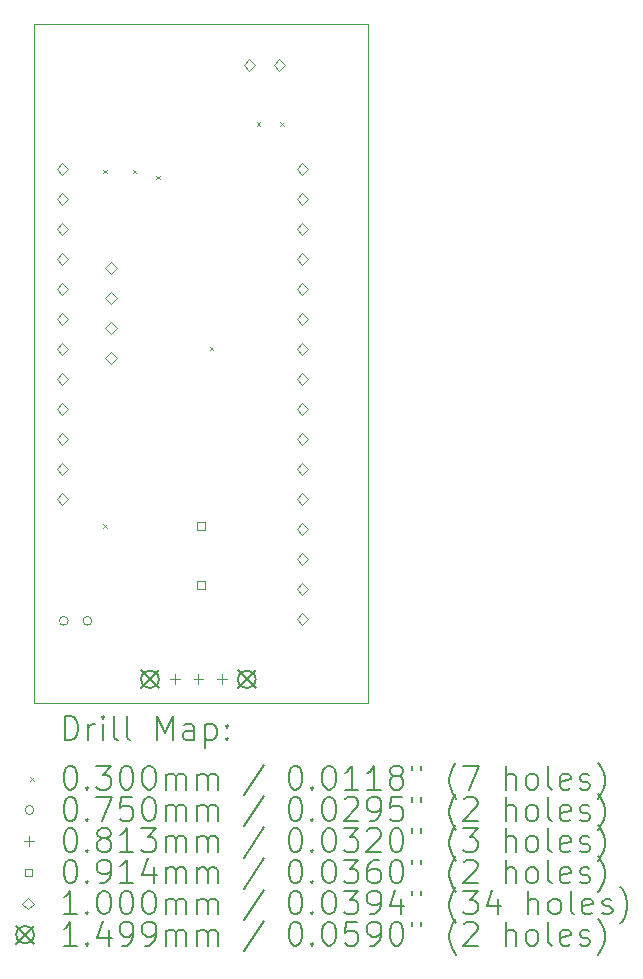
<source format=gbr>
%TF.GenerationSoftware,KiCad,Pcbnew,9.0.2*%
%TF.CreationDate,2025-06-24T11:01:34+02:00*%
%TF.ProjectId,SenseMatePCB,53656e73-654d-4617-9465-5043422e6b69,rev?*%
%TF.SameCoordinates,Original*%
%TF.FileFunction,Drillmap*%
%TF.FilePolarity,Positive*%
%FSLAX45Y45*%
G04 Gerber Fmt 4.5, Leading zero omitted, Abs format (unit mm)*
G04 Created by KiCad (PCBNEW 9.0.2) date 2025-06-24 11:01:34*
%MOMM*%
%LPD*%
G01*
G04 APERTURE LIST*
%ADD10C,0.050000*%
%ADD11C,0.200000*%
%ADD12C,0.100000*%
%ADD13C,0.149860*%
G04 APERTURE END LIST*
D10*
X9300000Y-11250000D02*
X12125000Y-11250000D01*
X12125000Y-11250000D02*
X12125000Y-5500000D01*
X12125000Y-5500000D02*
X9300000Y-5500000D01*
X9300000Y-11250000D02*
X9300000Y-5500000D01*
D11*
D12*
X9885000Y-6735000D02*
X9915000Y-6765000D01*
X9915000Y-6735000D02*
X9885000Y-6765000D01*
X9885000Y-9735000D02*
X9915000Y-9765000D01*
X9915000Y-9735000D02*
X9885000Y-9765000D01*
X10135000Y-6735000D02*
X10165000Y-6765000D01*
X10165000Y-6735000D02*
X10135000Y-6765000D01*
X10335000Y-6785000D02*
X10365000Y-6815000D01*
X10365000Y-6785000D02*
X10335000Y-6815000D01*
X10785000Y-8235000D02*
X10815000Y-8265000D01*
X10815000Y-8235000D02*
X10785000Y-8265000D01*
X11182500Y-6332500D02*
X11212500Y-6362500D01*
X11212500Y-6332500D02*
X11182500Y-6362500D01*
X11382500Y-6332500D02*
X11412500Y-6362500D01*
X11412500Y-6332500D02*
X11382500Y-6362500D01*
X9587500Y-10555000D02*
G75*
G02*
X9512500Y-10555000I-37500J0D01*
G01*
X9512500Y-10555000D02*
G75*
G02*
X9587500Y-10555000I37500J0D01*
G01*
X9787500Y-10555000D02*
G75*
G02*
X9712500Y-10555000I-37500J0D01*
G01*
X9712500Y-10555000D02*
G75*
G02*
X9787500Y-10555000I37500J0D01*
G01*
X10490000Y-11009360D02*
X10490000Y-11090640D01*
X10449360Y-11050000D02*
X10530640Y-11050000D01*
X10690000Y-11009360D02*
X10690000Y-11090640D01*
X10649360Y-11050000D02*
X10730640Y-11050000D01*
X10890000Y-11009360D02*
X10890000Y-11090640D01*
X10849360Y-11050000D02*
X10930640Y-11050000D01*
X10744829Y-9782329D02*
X10744829Y-9717671D01*
X10680171Y-9717671D01*
X10680171Y-9782329D01*
X10744829Y-9782329D01*
X10744829Y-10282329D02*
X10744829Y-10217671D01*
X10680171Y-10217671D01*
X10680171Y-10282329D01*
X10744829Y-10282329D01*
X9539390Y-6781700D02*
X9589390Y-6731700D01*
X9539390Y-6681700D01*
X9489390Y-6731700D01*
X9539390Y-6781700D01*
X9539390Y-7035700D02*
X9589390Y-6985700D01*
X9539390Y-6935700D01*
X9489390Y-6985700D01*
X9539390Y-7035700D01*
X9539390Y-7289700D02*
X9589390Y-7239700D01*
X9539390Y-7189700D01*
X9489390Y-7239700D01*
X9539390Y-7289700D01*
X9539390Y-7543700D02*
X9589390Y-7493700D01*
X9539390Y-7443700D01*
X9489390Y-7493700D01*
X9539390Y-7543700D01*
X9539390Y-7797700D02*
X9589390Y-7747700D01*
X9539390Y-7697700D01*
X9489390Y-7747700D01*
X9539390Y-7797700D01*
X9539390Y-8051700D02*
X9589390Y-8001700D01*
X9539390Y-7951700D01*
X9489390Y-8001700D01*
X9539390Y-8051700D01*
X9539390Y-8305700D02*
X9589390Y-8255700D01*
X9539390Y-8205700D01*
X9489390Y-8255700D01*
X9539390Y-8305700D01*
X9539390Y-8559700D02*
X9589390Y-8509700D01*
X9539390Y-8459700D01*
X9489390Y-8509700D01*
X9539390Y-8559700D01*
X9539390Y-8813700D02*
X9589390Y-8763700D01*
X9539390Y-8713700D01*
X9489390Y-8763700D01*
X9539390Y-8813700D01*
X9539390Y-9067700D02*
X9589390Y-9017700D01*
X9539390Y-8967700D01*
X9489390Y-9017700D01*
X9539390Y-9067700D01*
X9539390Y-9321700D02*
X9589390Y-9271700D01*
X9539390Y-9221700D01*
X9489390Y-9271700D01*
X9539390Y-9321700D01*
X9539390Y-9575700D02*
X9589390Y-9525700D01*
X9539390Y-9475700D01*
X9489390Y-9525700D01*
X9539390Y-9575700D01*
X9950000Y-7619000D02*
X10000000Y-7569000D01*
X9950000Y-7519000D01*
X9900000Y-7569000D01*
X9950000Y-7619000D01*
X9950000Y-7873000D02*
X10000000Y-7823000D01*
X9950000Y-7773000D01*
X9900000Y-7823000D01*
X9950000Y-7873000D01*
X9950000Y-8127000D02*
X10000000Y-8077000D01*
X9950000Y-8027000D01*
X9900000Y-8077000D01*
X9950000Y-8127000D01*
X9950000Y-8381000D02*
X10000000Y-8331000D01*
X9950000Y-8281000D01*
X9900000Y-8331000D01*
X9950000Y-8381000D01*
X11122500Y-5900000D02*
X11172500Y-5850000D01*
X11122500Y-5800000D01*
X11072500Y-5850000D01*
X11122500Y-5900000D01*
X11376500Y-5900000D02*
X11426500Y-5850000D01*
X11376500Y-5800000D01*
X11326500Y-5850000D01*
X11376500Y-5900000D01*
X11571390Y-6781700D02*
X11621390Y-6731700D01*
X11571390Y-6681700D01*
X11521390Y-6731700D01*
X11571390Y-6781700D01*
X11571390Y-7035700D02*
X11621390Y-6985700D01*
X11571390Y-6935700D01*
X11521390Y-6985700D01*
X11571390Y-7035700D01*
X11571390Y-7289700D02*
X11621390Y-7239700D01*
X11571390Y-7189700D01*
X11521390Y-7239700D01*
X11571390Y-7289700D01*
X11571390Y-7543700D02*
X11621390Y-7493700D01*
X11571390Y-7443700D01*
X11521390Y-7493700D01*
X11571390Y-7543700D01*
X11571390Y-7797700D02*
X11621390Y-7747700D01*
X11571390Y-7697700D01*
X11521390Y-7747700D01*
X11571390Y-7797700D01*
X11571390Y-8051700D02*
X11621390Y-8001700D01*
X11571390Y-7951700D01*
X11521390Y-8001700D01*
X11571390Y-8051700D01*
X11571390Y-8305700D02*
X11621390Y-8255700D01*
X11571390Y-8205700D01*
X11521390Y-8255700D01*
X11571390Y-8305700D01*
X11571390Y-8559700D02*
X11621390Y-8509700D01*
X11571390Y-8459700D01*
X11521390Y-8509700D01*
X11571390Y-8559700D01*
X11571390Y-8813700D02*
X11621390Y-8763700D01*
X11571390Y-8713700D01*
X11521390Y-8763700D01*
X11571390Y-8813700D01*
X11571390Y-9067700D02*
X11621390Y-9017700D01*
X11571390Y-8967700D01*
X11521390Y-9017700D01*
X11571390Y-9067700D01*
X11571390Y-9321700D02*
X11621390Y-9271700D01*
X11571390Y-9221700D01*
X11521390Y-9271700D01*
X11571390Y-9321700D01*
X11571390Y-9575700D02*
X11621390Y-9525700D01*
X11571390Y-9475700D01*
X11521390Y-9525700D01*
X11571390Y-9575700D01*
X11571390Y-9829700D02*
X11621390Y-9779700D01*
X11571390Y-9729700D01*
X11521390Y-9779700D01*
X11571390Y-9829700D01*
X11571390Y-10083700D02*
X11621390Y-10033700D01*
X11571390Y-9983700D01*
X11521390Y-10033700D01*
X11571390Y-10083700D01*
X11571390Y-10337700D02*
X11621390Y-10287700D01*
X11571390Y-10237700D01*
X11521390Y-10287700D01*
X11571390Y-10337700D01*
X11571390Y-10591700D02*
X11621390Y-10541700D01*
X11571390Y-10491700D01*
X11521390Y-10541700D01*
X11571390Y-10591700D01*
D13*
X10205070Y-10975070D02*
X10354930Y-11124930D01*
X10354930Y-10975070D02*
X10205070Y-11124930D01*
X10354930Y-11050000D02*
G75*
G02*
X10205070Y-11050000I-74930J0D01*
G01*
X10205070Y-11050000D02*
G75*
G02*
X10354930Y-11050000I74930J0D01*
G01*
X11025070Y-10975070D02*
X11174930Y-11124930D01*
X11174930Y-10975070D02*
X11025070Y-11124930D01*
X11174930Y-11050000D02*
G75*
G02*
X11025070Y-11050000I-74930J0D01*
G01*
X11025070Y-11050000D02*
G75*
G02*
X11174930Y-11050000I74930J0D01*
G01*
D11*
X9558277Y-11563984D02*
X9558277Y-11363984D01*
X9558277Y-11363984D02*
X9605896Y-11363984D01*
X9605896Y-11363984D02*
X9634467Y-11373508D01*
X9634467Y-11373508D02*
X9653515Y-11392555D01*
X9653515Y-11392555D02*
X9663039Y-11411603D01*
X9663039Y-11411603D02*
X9672563Y-11449698D01*
X9672563Y-11449698D02*
X9672563Y-11478269D01*
X9672563Y-11478269D02*
X9663039Y-11516365D01*
X9663039Y-11516365D02*
X9653515Y-11535412D01*
X9653515Y-11535412D02*
X9634467Y-11554460D01*
X9634467Y-11554460D02*
X9605896Y-11563984D01*
X9605896Y-11563984D02*
X9558277Y-11563984D01*
X9758277Y-11563984D02*
X9758277Y-11430650D01*
X9758277Y-11468746D02*
X9767801Y-11449698D01*
X9767801Y-11449698D02*
X9777324Y-11440174D01*
X9777324Y-11440174D02*
X9796372Y-11430650D01*
X9796372Y-11430650D02*
X9815420Y-11430650D01*
X9882086Y-11563984D02*
X9882086Y-11430650D01*
X9882086Y-11363984D02*
X9872563Y-11373508D01*
X9872563Y-11373508D02*
X9882086Y-11383031D01*
X9882086Y-11383031D02*
X9891610Y-11373508D01*
X9891610Y-11373508D02*
X9882086Y-11363984D01*
X9882086Y-11363984D02*
X9882086Y-11383031D01*
X10005896Y-11563984D02*
X9986848Y-11554460D01*
X9986848Y-11554460D02*
X9977324Y-11535412D01*
X9977324Y-11535412D02*
X9977324Y-11363984D01*
X10110658Y-11563984D02*
X10091610Y-11554460D01*
X10091610Y-11554460D02*
X10082086Y-11535412D01*
X10082086Y-11535412D02*
X10082086Y-11363984D01*
X10339229Y-11563984D02*
X10339229Y-11363984D01*
X10339229Y-11363984D02*
X10405896Y-11506841D01*
X10405896Y-11506841D02*
X10472563Y-11363984D01*
X10472563Y-11363984D02*
X10472563Y-11563984D01*
X10653515Y-11563984D02*
X10653515Y-11459222D01*
X10653515Y-11459222D02*
X10643991Y-11440174D01*
X10643991Y-11440174D02*
X10624944Y-11430650D01*
X10624944Y-11430650D02*
X10586848Y-11430650D01*
X10586848Y-11430650D02*
X10567801Y-11440174D01*
X10653515Y-11554460D02*
X10634467Y-11563984D01*
X10634467Y-11563984D02*
X10586848Y-11563984D01*
X10586848Y-11563984D02*
X10567801Y-11554460D01*
X10567801Y-11554460D02*
X10558277Y-11535412D01*
X10558277Y-11535412D02*
X10558277Y-11516365D01*
X10558277Y-11516365D02*
X10567801Y-11497317D01*
X10567801Y-11497317D02*
X10586848Y-11487793D01*
X10586848Y-11487793D02*
X10634467Y-11487793D01*
X10634467Y-11487793D02*
X10653515Y-11478269D01*
X10748753Y-11430650D02*
X10748753Y-11630650D01*
X10748753Y-11440174D02*
X10767801Y-11430650D01*
X10767801Y-11430650D02*
X10805896Y-11430650D01*
X10805896Y-11430650D02*
X10824944Y-11440174D01*
X10824944Y-11440174D02*
X10834467Y-11449698D01*
X10834467Y-11449698D02*
X10843991Y-11468746D01*
X10843991Y-11468746D02*
X10843991Y-11525888D01*
X10843991Y-11525888D02*
X10834467Y-11544936D01*
X10834467Y-11544936D02*
X10824944Y-11554460D01*
X10824944Y-11554460D02*
X10805896Y-11563984D01*
X10805896Y-11563984D02*
X10767801Y-11563984D01*
X10767801Y-11563984D02*
X10748753Y-11554460D01*
X10929705Y-11544936D02*
X10939229Y-11554460D01*
X10939229Y-11554460D02*
X10929705Y-11563984D01*
X10929705Y-11563984D02*
X10920182Y-11554460D01*
X10920182Y-11554460D02*
X10929705Y-11544936D01*
X10929705Y-11544936D02*
X10929705Y-11563984D01*
X10929705Y-11440174D02*
X10939229Y-11449698D01*
X10939229Y-11449698D02*
X10929705Y-11459222D01*
X10929705Y-11459222D02*
X10920182Y-11449698D01*
X10920182Y-11449698D02*
X10929705Y-11440174D01*
X10929705Y-11440174D02*
X10929705Y-11459222D01*
D12*
X9267500Y-11877500D02*
X9297500Y-11907500D01*
X9297500Y-11877500D02*
X9267500Y-11907500D01*
D11*
X9596372Y-11783984D02*
X9615420Y-11783984D01*
X9615420Y-11783984D02*
X9634467Y-11793508D01*
X9634467Y-11793508D02*
X9643991Y-11803031D01*
X9643991Y-11803031D02*
X9653515Y-11822079D01*
X9653515Y-11822079D02*
X9663039Y-11860174D01*
X9663039Y-11860174D02*
X9663039Y-11907793D01*
X9663039Y-11907793D02*
X9653515Y-11945888D01*
X9653515Y-11945888D02*
X9643991Y-11964936D01*
X9643991Y-11964936D02*
X9634467Y-11974460D01*
X9634467Y-11974460D02*
X9615420Y-11983984D01*
X9615420Y-11983984D02*
X9596372Y-11983984D01*
X9596372Y-11983984D02*
X9577324Y-11974460D01*
X9577324Y-11974460D02*
X9567801Y-11964936D01*
X9567801Y-11964936D02*
X9558277Y-11945888D01*
X9558277Y-11945888D02*
X9548753Y-11907793D01*
X9548753Y-11907793D02*
X9548753Y-11860174D01*
X9548753Y-11860174D02*
X9558277Y-11822079D01*
X9558277Y-11822079D02*
X9567801Y-11803031D01*
X9567801Y-11803031D02*
X9577324Y-11793508D01*
X9577324Y-11793508D02*
X9596372Y-11783984D01*
X9748753Y-11964936D02*
X9758277Y-11974460D01*
X9758277Y-11974460D02*
X9748753Y-11983984D01*
X9748753Y-11983984D02*
X9739229Y-11974460D01*
X9739229Y-11974460D02*
X9748753Y-11964936D01*
X9748753Y-11964936D02*
X9748753Y-11983984D01*
X9824944Y-11783984D02*
X9948753Y-11783984D01*
X9948753Y-11783984D02*
X9882086Y-11860174D01*
X9882086Y-11860174D02*
X9910658Y-11860174D01*
X9910658Y-11860174D02*
X9929705Y-11869698D01*
X9929705Y-11869698D02*
X9939229Y-11879222D01*
X9939229Y-11879222D02*
X9948753Y-11898269D01*
X9948753Y-11898269D02*
X9948753Y-11945888D01*
X9948753Y-11945888D02*
X9939229Y-11964936D01*
X9939229Y-11964936D02*
X9929705Y-11974460D01*
X9929705Y-11974460D02*
X9910658Y-11983984D01*
X9910658Y-11983984D02*
X9853515Y-11983984D01*
X9853515Y-11983984D02*
X9834467Y-11974460D01*
X9834467Y-11974460D02*
X9824944Y-11964936D01*
X10072563Y-11783984D02*
X10091610Y-11783984D01*
X10091610Y-11783984D02*
X10110658Y-11793508D01*
X10110658Y-11793508D02*
X10120182Y-11803031D01*
X10120182Y-11803031D02*
X10129705Y-11822079D01*
X10129705Y-11822079D02*
X10139229Y-11860174D01*
X10139229Y-11860174D02*
X10139229Y-11907793D01*
X10139229Y-11907793D02*
X10129705Y-11945888D01*
X10129705Y-11945888D02*
X10120182Y-11964936D01*
X10120182Y-11964936D02*
X10110658Y-11974460D01*
X10110658Y-11974460D02*
X10091610Y-11983984D01*
X10091610Y-11983984D02*
X10072563Y-11983984D01*
X10072563Y-11983984D02*
X10053515Y-11974460D01*
X10053515Y-11974460D02*
X10043991Y-11964936D01*
X10043991Y-11964936D02*
X10034467Y-11945888D01*
X10034467Y-11945888D02*
X10024944Y-11907793D01*
X10024944Y-11907793D02*
X10024944Y-11860174D01*
X10024944Y-11860174D02*
X10034467Y-11822079D01*
X10034467Y-11822079D02*
X10043991Y-11803031D01*
X10043991Y-11803031D02*
X10053515Y-11793508D01*
X10053515Y-11793508D02*
X10072563Y-11783984D01*
X10263039Y-11783984D02*
X10282086Y-11783984D01*
X10282086Y-11783984D02*
X10301134Y-11793508D01*
X10301134Y-11793508D02*
X10310658Y-11803031D01*
X10310658Y-11803031D02*
X10320182Y-11822079D01*
X10320182Y-11822079D02*
X10329705Y-11860174D01*
X10329705Y-11860174D02*
X10329705Y-11907793D01*
X10329705Y-11907793D02*
X10320182Y-11945888D01*
X10320182Y-11945888D02*
X10310658Y-11964936D01*
X10310658Y-11964936D02*
X10301134Y-11974460D01*
X10301134Y-11974460D02*
X10282086Y-11983984D01*
X10282086Y-11983984D02*
X10263039Y-11983984D01*
X10263039Y-11983984D02*
X10243991Y-11974460D01*
X10243991Y-11974460D02*
X10234467Y-11964936D01*
X10234467Y-11964936D02*
X10224944Y-11945888D01*
X10224944Y-11945888D02*
X10215420Y-11907793D01*
X10215420Y-11907793D02*
X10215420Y-11860174D01*
X10215420Y-11860174D02*
X10224944Y-11822079D01*
X10224944Y-11822079D02*
X10234467Y-11803031D01*
X10234467Y-11803031D02*
X10243991Y-11793508D01*
X10243991Y-11793508D02*
X10263039Y-11783984D01*
X10415420Y-11983984D02*
X10415420Y-11850650D01*
X10415420Y-11869698D02*
X10424944Y-11860174D01*
X10424944Y-11860174D02*
X10443991Y-11850650D01*
X10443991Y-11850650D02*
X10472563Y-11850650D01*
X10472563Y-11850650D02*
X10491610Y-11860174D01*
X10491610Y-11860174D02*
X10501134Y-11879222D01*
X10501134Y-11879222D02*
X10501134Y-11983984D01*
X10501134Y-11879222D02*
X10510658Y-11860174D01*
X10510658Y-11860174D02*
X10529705Y-11850650D01*
X10529705Y-11850650D02*
X10558277Y-11850650D01*
X10558277Y-11850650D02*
X10577325Y-11860174D01*
X10577325Y-11860174D02*
X10586848Y-11879222D01*
X10586848Y-11879222D02*
X10586848Y-11983984D01*
X10682086Y-11983984D02*
X10682086Y-11850650D01*
X10682086Y-11869698D02*
X10691610Y-11860174D01*
X10691610Y-11860174D02*
X10710658Y-11850650D01*
X10710658Y-11850650D02*
X10739229Y-11850650D01*
X10739229Y-11850650D02*
X10758277Y-11860174D01*
X10758277Y-11860174D02*
X10767801Y-11879222D01*
X10767801Y-11879222D02*
X10767801Y-11983984D01*
X10767801Y-11879222D02*
X10777325Y-11860174D01*
X10777325Y-11860174D02*
X10796372Y-11850650D01*
X10796372Y-11850650D02*
X10824944Y-11850650D01*
X10824944Y-11850650D02*
X10843991Y-11860174D01*
X10843991Y-11860174D02*
X10853515Y-11879222D01*
X10853515Y-11879222D02*
X10853515Y-11983984D01*
X11243991Y-11774460D02*
X11072563Y-12031603D01*
X11501134Y-11783984D02*
X11520182Y-11783984D01*
X11520182Y-11783984D02*
X11539229Y-11793508D01*
X11539229Y-11793508D02*
X11548753Y-11803031D01*
X11548753Y-11803031D02*
X11558277Y-11822079D01*
X11558277Y-11822079D02*
X11567801Y-11860174D01*
X11567801Y-11860174D02*
X11567801Y-11907793D01*
X11567801Y-11907793D02*
X11558277Y-11945888D01*
X11558277Y-11945888D02*
X11548753Y-11964936D01*
X11548753Y-11964936D02*
X11539229Y-11974460D01*
X11539229Y-11974460D02*
X11520182Y-11983984D01*
X11520182Y-11983984D02*
X11501134Y-11983984D01*
X11501134Y-11983984D02*
X11482086Y-11974460D01*
X11482086Y-11974460D02*
X11472563Y-11964936D01*
X11472563Y-11964936D02*
X11463039Y-11945888D01*
X11463039Y-11945888D02*
X11453515Y-11907793D01*
X11453515Y-11907793D02*
X11453515Y-11860174D01*
X11453515Y-11860174D02*
X11463039Y-11822079D01*
X11463039Y-11822079D02*
X11472563Y-11803031D01*
X11472563Y-11803031D02*
X11482086Y-11793508D01*
X11482086Y-11793508D02*
X11501134Y-11783984D01*
X11653515Y-11964936D02*
X11663039Y-11974460D01*
X11663039Y-11974460D02*
X11653515Y-11983984D01*
X11653515Y-11983984D02*
X11643991Y-11974460D01*
X11643991Y-11974460D02*
X11653515Y-11964936D01*
X11653515Y-11964936D02*
X11653515Y-11983984D01*
X11786848Y-11783984D02*
X11805896Y-11783984D01*
X11805896Y-11783984D02*
X11824944Y-11793508D01*
X11824944Y-11793508D02*
X11834467Y-11803031D01*
X11834467Y-11803031D02*
X11843991Y-11822079D01*
X11843991Y-11822079D02*
X11853515Y-11860174D01*
X11853515Y-11860174D02*
X11853515Y-11907793D01*
X11853515Y-11907793D02*
X11843991Y-11945888D01*
X11843991Y-11945888D02*
X11834467Y-11964936D01*
X11834467Y-11964936D02*
X11824944Y-11974460D01*
X11824944Y-11974460D02*
X11805896Y-11983984D01*
X11805896Y-11983984D02*
X11786848Y-11983984D01*
X11786848Y-11983984D02*
X11767801Y-11974460D01*
X11767801Y-11974460D02*
X11758277Y-11964936D01*
X11758277Y-11964936D02*
X11748753Y-11945888D01*
X11748753Y-11945888D02*
X11739229Y-11907793D01*
X11739229Y-11907793D02*
X11739229Y-11860174D01*
X11739229Y-11860174D02*
X11748753Y-11822079D01*
X11748753Y-11822079D02*
X11758277Y-11803031D01*
X11758277Y-11803031D02*
X11767801Y-11793508D01*
X11767801Y-11793508D02*
X11786848Y-11783984D01*
X12043991Y-11983984D02*
X11929706Y-11983984D01*
X11986848Y-11983984D02*
X11986848Y-11783984D01*
X11986848Y-11783984D02*
X11967801Y-11812555D01*
X11967801Y-11812555D02*
X11948753Y-11831603D01*
X11948753Y-11831603D02*
X11929706Y-11841127D01*
X12234467Y-11983984D02*
X12120182Y-11983984D01*
X12177325Y-11983984D02*
X12177325Y-11783984D01*
X12177325Y-11783984D02*
X12158277Y-11812555D01*
X12158277Y-11812555D02*
X12139229Y-11831603D01*
X12139229Y-11831603D02*
X12120182Y-11841127D01*
X12348753Y-11869698D02*
X12329706Y-11860174D01*
X12329706Y-11860174D02*
X12320182Y-11850650D01*
X12320182Y-11850650D02*
X12310658Y-11831603D01*
X12310658Y-11831603D02*
X12310658Y-11822079D01*
X12310658Y-11822079D02*
X12320182Y-11803031D01*
X12320182Y-11803031D02*
X12329706Y-11793508D01*
X12329706Y-11793508D02*
X12348753Y-11783984D01*
X12348753Y-11783984D02*
X12386848Y-11783984D01*
X12386848Y-11783984D02*
X12405896Y-11793508D01*
X12405896Y-11793508D02*
X12415420Y-11803031D01*
X12415420Y-11803031D02*
X12424944Y-11822079D01*
X12424944Y-11822079D02*
X12424944Y-11831603D01*
X12424944Y-11831603D02*
X12415420Y-11850650D01*
X12415420Y-11850650D02*
X12405896Y-11860174D01*
X12405896Y-11860174D02*
X12386848Y-11869698D01*
X12386848Y-11869698D02*
X12348753Y-11869698D01*
X12348753Y-11869698D02*
X12329706Y-11879222D01*
X12329706Y-11879222D02*
X12320182Y-11888746D01*
X12320182Y-11888746D02*
X12310658Y-11907793D01*
X12310658Y-11907793D02*
X12310658Y-11945888D01*
X12310658Y-11945888D02*
X12320182Y-11964936D01*
X12320182Y-11964936D02*
X12329706Y-11974460D01*
X12329706Y-11974460D02*
X12348753Y-11983984D01*
X12348753Y-11983984D02*
X12386848Y-11983984D01*
X12386848Y-11983984D02*
X12405896Y-11974460D01*
X12405896Y-11974460D02*
X12415420Y-11964936D01*
X12415420Y-11964936D02*
X12424944Y-11945888D01*
X12424944Y-11945888D02*
X12424944Y-11907793D01*
X12424944Y-11907793D02*
X12415420Y-11888746D01*
X12415420Y-11888746D02*
X12405896Y-11879222D01*
X12405896Y-11879222D02*
X12386848Y-11869698D01*
X12501134Y-11783984D02*
X12501134Y-11822079D01*
X12577325Y-11783984D02*
X12577325Y-11822079D01*
X12872563Y-12060174D02*
X12863039Y-12050650D01*
X12863039Y-12050650D02*
X12843991Y-12022079D01*
X12843991Y-12022079D02*
X12834468Y-12003031D01*
X12834468Y-12003031D02*
X12824944Y-11974460D01*
X12824944Y-11974460D02*
X12815420Y-11926841D01*
X12815420Y-11926841D02*
X12815420Y-11888746D01*
X12815420Y-11888746D02*
X12824944Y-11841127D01*
X12824944Y-11841127D02*
X12834468Y-11812555D01*
X12834468Y-11812555D02*
X12843991Y-11793508D01*
X12843991Y-11793508D02*
X12863039Y-11764936D01*
X12863039Y-11764936D02*
X12872563Y-11755412D01*
X12929706Y-11783984D02*
X13063039Y-11783984D01*
X13063039Y-11783984D02*
X12977325Y-11983984D01*
X13291610Y-11983984D02*
X13291610Y-11783984D01*
X13377325Y-11983984D02*
X13377325Y-11879222D01*
X13377325Y-11879222D02*
X13367801Y-11860174D01*
X13367801Y-11860174D02*
X13348753Y-11850650D01*
X13348753Y-11850650D02*
X13320182Y-11850650D01*
X13320182Y-11850650D02*
X13301134Y-11860174D01*
X13301134Y-11860174D02*
X13291610Y-11869698D01*
X13501134Y-11983984D02*
X13482087Y-11974460D01*
X13482087Y-11974460D02*
X13472563Y-11964936D01*
X13472563Y-11964936D02*
X13463039Y-11945888D01*
X13463039Y-11945888D02*
X13463039Y-11888746D01*
X13463039Y-11888746D02*
X13472563Y-11869698D01*
X13472563Y-11869698D02*
X13482087Y-11860174D01*
X13482087Y-11860174D02*
X13501134Y-11850650D01*
X13501134Y-11850650D02*
X13529706Y-11850650D01*
X13529706Y-11850650D02*
X13548753Y-11860174D01*
X13548753Y-11860174D02*
X13558277Y-11869698D01*
X13558277Y-11869698D02*
X13567801Y-11888746D01*
X13567801Y-11888746D02*
X13567801Y-11945888D01*
X13567801Y-11945888D02*
X13558277Y-11964936D01*
X13558277Y-11964936D02*
X13548753Y-11974460D01*
X13548753Y-11974460D02*
X13529706Y-11983984D01*
X13529706Y-11983984D02*
X13501134Y-11983984D01*
X13682087Y-11983984D02*
X13663039Y-11974460D01*
X13663039Y-11974460D02*
X13653515Y-11955412D01*
X13653515Y-11955412D02*
X13653515Y-11783984D01*
X13834468Y-11974460D02*
X13815420Y-11983984D01*
X13815420Y-11983984D02*
X13777325Y-11983984D01*
X13777325Y-11983984D02*
X13758277Y-11974460D01*
X13758277Y-11974460D02*
X13748753Y-11955412D01*
X13748753Y-11955412D02*
X13748753Y-11879222D01*
X13748753Y-11879222D02*
X13758277Y-11860174D01*
X13758277Y-11860174D02*
X13777325Y-11850650D01*
X13777325Y-11850650D02*
X13815420Y-11850650D01*
X13815420Y-11850650D02*
X13834468Y-11860174D01*
X13834468Y-11860174D02*
X13843991Y-11879222D01*
X13843991Y-11879222D02*
X13843991Y-11898269D01*
X13843991Y-11898269D02*
X13748753Y-11917317D01*
X13920182Y-11974460D02*
X13939230Y-11983984D01*
X13939230Y-11983984D02*
X13977325Y-11983984D01*
X13977325Y-11983984D02*
X13996372Y-11974460D01*
X13996372Y-11974460D02*
X14005896Y-11955412D01*
X14005896Y-11955412D02*
X14005896Y-11945888D01*
X14005896Y-11945888D02*
X13996372Y-11926841D01*
X13996372Y-11926841D02*
X13977325Y-11917317D01*
X13977325Y-11917317D02*
X13948753Y-11917317D01*
X13948753Y-11917317D02*
X13929706Y-11907793D01*
X13929706Y-11907793D02*
X13920182Y-11888746D01*
X13920182Y-11888746D02*
X13920182Y-11879222D01*
X13920182Y-11879222D02*
X13929706Y-11860174D01*
X13929706Y-11860174D02*
X13948753Y-11850650D01*
X13948753Y-11850650D02*
X13977325Y-11850650D01*
X13977325Y-11850650D02*
X13996372Y-11860174D01*
X14072563Y-12060174D02*
X14082087Y-12050650D01*
X14082087Y-12050650D02*
X14101134Y-12022079D01*
X14101134Y-12022079D02*
X14110658Y-12003031D01*
X14110658Y-12003031D02*
X14120182Y-11974460D01*
X14120182Y-11974460D02*
X14129706Y-11926841D01*
X14129706Y-11926841D02*
X14129706Y-11888746D01*
X14129706Y-11888746D02*
X14120182Y-11841127D01*
X14120182Y-11841127D02*
X14110658Y-11812555D01*
X14110658Y-11812555D02*
X14101134Y-11793508D01*
X14101134Y-11793508D02*
X14082087Y-11764936D01*
X14082087Y-11764936D02*
X14072563Y-11755412D01*
D12*
X9297500Y-12156500D02*
G75*
G02*
X9222500Y-12156500I-37500J0D01*
G01*
X9222500Y-12156500D02*
G75*
G02*
X9297500Y-12156500I37500J0D01*
G01*
D11*
X9596372Y-12047984D02*
X9615420Y-12047984D01*
X9615420Y-12047984D02*
X9634467Y-12057508D01*
X9634467Y-12057508D02*
X9643991Y-12067031D01*
X9643991Y-12067031D02*
X9653515Y-12086079D01*
X9653515Y-12086079D02*
X9663039Y-12124174D01*
X9663039Y-12124174D02*
X9663039Y-12171793D01*
X9663039Y-12171793D02*
X9653515Y-12209888D01*
X9653515Y-12209888D02*
X9643991Y-12228936D01*
X9643991Y-12228936D02*
X9634467Y-12238460D01*
X9634467Y-12238460D02*
X9615420Y-12247984D01*
X9615420Y-12247984D02*
X9596372Y-12247984D01*
X9596372Y-12247984D02*
X9577324Y-12238460D01*
X9577324Y-12238460D02*
X9567801Y-12228936D01*
X9567801Y-12228936D02*
X9558277Y-12209888D01*
X9558277Y-12209888D02*
X9548753Y-12171793D01*
X9548753Y-12171793D02*
X9548753Y-12124174D01*
X9548753Y-12124174D02*
X9558277Y-12086079D01*
X9558277Y-12086079D02*
X9567801Y-12067031D01*
X9567801Y-12067031D02*
X9577324Y-12057508D01*
X9577324Y-12057508D02*
X9596372Y-12047984D01*
X9748753Y-12228936D02*
X9758277Y-12238460D01*
X9758277Y-12238460D02*
X9748753Y-12247984D01*
X9748753Y-12247984D02*
X9739229Y-12238460D01*
X9739229Y-12238460D02*
X9748753Y-12228936D01*
X9748753Y-12228936D02*
X9748753Y-12247984D01*
X9824944Y-12047984D02*
X9958277Y-12047984D01*
X9958277Y-12047984D02*
X9872563Y-12247984D01*
X10129705Y-12047984D02*
X10034467Y-12047984D01*
X10034467Y-12047984D02*
X10024944Y-12143222D01*
X10024944Y-12143222D02*
X10034467Y-12133698D01*
X10034467Y-12133698D02*
X10053515Y-12124174D01*
X10053515Y-12124174D02*
X10101134Y-12124174D01*
X10101134Y-12124174D02*
X10120182Y-12133698D01*
X10120182Y-12133698D02*
X10129705Y-12143222D01*
X10129705Y-12143222D02*
X10139229Y-12162269D01*
X10139229Y-12162269D02*
X10139229Y-12209888D01*
X10139229Y-12209888D02*
X10129705Y-12228936D01*
X10129705Y-12228936D02*
X10120182Y-12238460D01*
X10120182Y-12238460D02*
X10101134Y-12247984D01*
X10101134Y-12247984D02*
X10053515Y-12247984D01*
X10053515Y-12247984D02*
X10034467Y-12238460D01*
X10034467Y-12238460D02*
X10024944Y-12228936D01*
X10263039Y-12047984D02*
X10282086Y-12047984D01*
X10282086Y-12047984D02*
X10301134Y-12057508D01*
X10301134Y-12057508D02*
X10310658Y-12067031D01*
X10310658Y-12067031D02*
X10320182Y-12086079D01*
X10320182Y-12086079D02*
X10329705Y-12124174D01*
X10329705Y-12124174D02*
X10329705Y-12171793D01*
X10329705Y-12171793D02*
X10320182Y-12209888D01*
X10320182Y-12209888D02*
X10310658Y-12228936D01*
X10310658Y-12228936D02*
X10301134Y-12238460D01*
X10301134Y-12238460D02*
X10282086Y-12247984D01*
X10282086Y-12247984D02*
X10263039Y-12247984D01*
X10263039Y-12247984D02*
X10243991Y-12238460D01*
X10243991Y-12238460D02*
X10234467Y-12228936D01*
X10234467Y-12228936D02*
X10224944Y-12209888D01*
X10224944Y-12209888D02*
X10215420Y-12171793D01*
X10215420Y-12171793D02*
X10215420Y-12124174D01*
X10215420Y-12124174D02*
X10224944Y-12086079D01*
X10224944Y-12086079D02*
X10234467Y-12067031D01*
X10234467Y-12067031D02*
X10243991Y-12057508D01*
X10243991Y-12057508D02*
X10263039Y-12047984D01*
X10415420Y-12247984D02*
X10415420Y-12114650D01*
X10415420Y-12133698D02*
X10424944Y-12124174D01*
X10424944Y-12124174D02*
X10443991Y-12114650D01*
X10443991Y-12114650D02*
X10472563Y-12114650D01*
X10472563Y-12114650D02*
X10491610Y-12124174D01*
X10491610Y-12124174D02*
X10501134Y-12143222D01*
X10501134Y-12143222D02*
X10501134Y-12247984D01*
X10501134Y-12143222D02*
X10510658Y-12124174D01*
X10510658Y-12124174D02*
X10529705Y-12114650D01*
X10529705Y-12114650D02*
X10558277Y-12114650D01*
X10558277Y-12114650D02*
X10577325Y-12124174D01*
X10577325Y-12124174D02*
X10586848Y-12143222D01*
X10586848Y-12143222D02*
X10586848Y-12247984D01*
X10682086Y-12247984D02*
X10682086Y-12114650D01*
X10682086Y-12133698D02*
X10691610Y-12124174D01*
X10691610Y-12124174D02*
X10710658Y-12114650D01*
X10710658Y-12114650D02*
X10739229Y-12114650D01*
X10739229Y-12114650D02*
X10758277Y-12124174D01*
X10758277Y-12124174D02*
X10767801Y-12143222D01*
X10767801Y-12143222D02*
X10767801Y-12247984D01*
X10767801Y-12143222D02*
X10777325Y-12124174D01*
X10777325Y-12124174D02*
X10796372Y-12114650D01*
X10796372Y-12114650D02*
X10824944Y-12114650D01*
X10824944Y-12114650D02*
X10843991Y-12124174D01*
X10843991Y-12124174D02*
X10853515Y-12143222D01*
X10853515Y-12143222D02*
X10853515Y-12247984D01*
X11243991Y-12038460D02*
X11072563Y-12295603D01*
X11501134Y-12047984D02*
X11520182Y-12047984D01*
X11520182Y-12047984D02*
X11539229Y-12057508D01*
X11539229Y-12057508D02*
X11548753Y-12067031D01*
X11548753Y-12067031D02*
X11558277Y-12086079D01*
X11558277Y-12086079D02*
X11567801Y-12124174D01*
X11567801Y-12124174D02*
X11567801Y-12171793D01*
X11567801Y-12171793D02*
X11558277Y-12209888D01*
X11558277Y-12209888D02*
X11548753Y-12228936D01*
X11548753Y-12228936D02*
X11539229Y-12238460D01*
X11539229Y-12238460D02*
X11520182Y-12247984D01*
X11520182Y-12247984D02*
X11501134Y-12247984D01*
X11501134Y-12247984D02*
X11482086Y-12238460D01*
X11482086Y-12238460D02*
X11472563Y-12228936D01*
X11472563Y-12228936D02*
X11463039Y-12209888D01*
X11463039Y-12209888D02*
X11453515Y-12171793D01*
X11453515Y-12171793D02*
X11453515Y-12124174D01*
X11453515Y-12124174D02*
X11463039Y-12086079D01*
X11463039Y-12086079D02*
X11472563Y-12067031D01*
X11472563Y-12067031D02*
X11482086Y-12057508D01*
X11482086Y-12057508D02*
X11501134Y-12047984D01*
X11653515Y-12228936D02*
X11663039Y-12238460D01*
X11663039Y-12238460D02*
X11653515Y-12247984D01*
X11653515Y-12247984D02*
X11643991Y-12238460D01*
X11643991Y-12238460D02*
X11653515Y-12228936D01*
X11653515Y-12228936D02*
X11653515Y-12247984D01*
X11786848Y-12047984D02*
X11805896Y-12047984D01*
X11805896Y-12047984D02*
X11824944Y-12057508D01*
X11824944Y-12057508D02*
X11834467Y-12067031D01*
X11834467Y-12067031D02*
X11843991Y-12086079D01*
X11843991Y-12086079D02*
X11853515Y-12124174D01*
X11853515Y-12124174D02*
X11853515Y-12171793D01*
X11853515Y-12171793D02*
X11843991Y-12209888D01*
X11843991Y-12209888D02*
X11834467Y-12228936D01*
X11834467Y-12228936D02*
X11824944Y-12238460D01*
X11824944Y-12238460D02*
X11805896Y-12247984D01*
X11805896Y-12247984D02*
X11786848Y-12247984D01*
X11786848Y-12247984D02*
X11767801Y-12238460D01*
X11767801Y-12238460D02*
X11758277Y-12228936D01*
X11758277Y-12228936D02*
X11748753Y-12209888D01*
X11748753Y-12209888D02*
X11739229Y-12171793D01*
X11739229Y-12171793D02*
X11739229Y-12124174D01*
X11739229Y-12124174D02*
X11748753Y-12086079D01*
X11748753Y-12086079D02*
X11758277Y-12067031D01*
X11758277Y-12067031D02*
X11767801Y-12057508D01*
X11767801Y-12057508D02*
X11786848Y-12047984D01*
X11929706Y-12067031D02*
X11939229Y-12057508D01*
X11939229Y-12057508D02*
X11958277Y-12047984D01*
X11958277Y-12047984D02*
X12005896Y-12047984D01*
X12005896Y-12047984D02*
X12024944Y-12057508D01*
X12024944Y-12057508D02*
X12034467Y-12067031D01*
X12034467Y-12067031D02*
X12043991Y-12086079D01*
X12043991Y-12086079D02*
X12043991Y-12105127D01*
X12043991Y-12105127D02*
X12034467Y-12133698D01*
X12034467Y-12133698D02*
X11920182Y-12247984D01*
X11920182Y-12247984D02*
X12043991Y-12247984D01*
X12139229Y-12247984D02*
X12177325Y-12247984D01*
X12177325Y-12247984D02*
X12196372Y-12238460D01*
X12196372Y-12238460D02*
X12205896Y-12228936D01*
X12205896Y-12228936D02*
X12224944Y-12200365D01*
X12224944Y-12200365D02*
X12234467Y-12162269D01*
X12234467Y-12162269D02*
X12234467Y-12086079D01*
X12234467Y-12086079D02*
X12224944Y-12067031D01*
X12224944Y-12067031D02*
X12215420Y-12057508D01*
X12215420Y-12057508D02*
X12196372Y-12047984D01*
X12196372Y-12047984D02*
X12158277Y-12047984D01*
X12158277Y-12047984D02*
X12139229Y-12057508D01*
X12139229Y-12057508D02*
X12129706Y-12067031D01*
X12129706Y-12067031D02*
X12120182Y-12086079D01*
X12120182Y-12086079D02*
X12120182Y-12133698D01*
X12120182Y-12133698D02*
X12129706Y-12152746D01*
X12129706Y-12152746D02*
X12139229Y-12162269D01*
X12139229Y-12162269D02*
X12158277Y-12171793D01*
X12158277Y-12171793D02*
X12196372Y-12171793D01*
X12196372Y-12171793D02*
X12215420Y-12162269D01*
X12215420Y-12162269D02*
X12224944Y-12152746D01*
X12224944Y-12152746D02*
X12234467Y-12133698D01*
X12415420Y-12047984D02*
X12320182Y-12047984D01*
X12320182Y-12047984D02*
X12310658Y-12143222D01*
X12310658Y-12143222D02*
X12320182Y-12133698D01*
X12320182Y-12133698D02*
X12339229Y-12124174D01*
X12339229Y-12124174D02*
X12386848Y-12124174D01*
X12386848Y-12124174D02*
X12405896Y-12133698D01*
X12405896Y-12133698D02*
X12415420Y-12143222D01*
X12415420Y-12143222D02*
X12424944Y-12162269D01*
X12424944Y-12162269D02*
X12424944Y-12209888D01*
X12424944Y-12209888D02*
X12415420Y-12228936D01*
X12415420Y-12228936D02*
X12405896Y-12238460D01*
X12405896Y-12238460D02*
X12386848Y-12247984D01*
X12386848Y-12247984D02*
X12339229Y-12247984D01*
X12339229Y-12247984D02*
X12320182Y-12238460D01*
X12320182Y-12238460D02*
X12310658Y-12228936D01*
X12501134Y-12047984D02*
X12501134Y-12086079D01*
X12577325Y-12047984D02*
X12577325Y-12086079D01*
X12872563Y-12324174D02*
X12863039Y-12314650D01*
X12863039Y-12314650D02*
X12843991Y-12286079D01*
X12843991Y-12286079D02*
X12834468Y-12267031D01*
X12834468Y-12267031D02*
X12824944Y-12238460D01*
X12824944Y-12238460D02*
X12815420Y-12190841D01*
X12815420Y-12190841D02*
X12815420Y-12152746D01*
X12815420Y-12152746D02*
X12824944Y-12105127D01*
X12824944Y-12105127D02*
X12834468Y-12076555D01*
X12834468Y-12076555D02*
X12843991Y-12057508D01*
X12843991Y-12057508D02*
X12863039Y-12028936D01*
X12863039Y-12028936D02*
X12872563Y-12019412D01*
X12939229Y-12067031D02*
X12948753Y-12057508D01*
X12948753Y-12057508D02*
X12967801Y-12047984D01*
X12967801Y-12047984D02*
X13015420Y-12047984D01*
X13015420Y-12047984D02*
X13034468Y-12057508D01*
X13034468Y-12057508D02*
X13043991Y-12067031D01*
X13043991Y-12067031D02*
X13053515Y-12086079D01*
X13053515Y-12086079D02*
X13053515Y-12105127D01*
X13053515Y-12105127D02*
X13043991Y-12133698D01*
X13043991Y-12133698D02*
X12929706Y-12247984D01*
X12929706Y-12247984D02*
X13053515Y-12247984D01*
X13291610Y-12247984D02*
X13291610Y-12047984D01*
X13377325Y-12247984D02*
X13377325Y-12143222D01*
X13377325Y-12143222D02*
X13367801Y-12124174D01*
X13367801Y-12124174D02*
X13348753Y-12114650D01*
X13348753Y-12114650D02*
X13320182Y-12114650D01*
X13320182Y-12114650D02*
X13301134Y-12124174D01*
X13301134Y-12124174D02*
X13291610Y-12133698D01*
X13501134Y-12247984D02*
X13482087Y-12238460D01*
X13482087Y-12238460D02*
X13472563Y-12228936D01*
X13472563Y-12228936D02*
X13463039Y-12209888D01*
X13463039Y-12209888D02*
X13463039Y-12152746D01*
X13463039Y-12152746D02*
X13472563Y-12133698D01*
X13472563Y-12133698D02*
X13482087Y-12124174D01*
X13482087Y-12124174D02*
X13501134Y-12114650D01*
X13501134Y-12114650D02*
X13529706Y-12114650D01*
X13529706Y-12114650D02*
X13548753Y-12124174D01*
X13548753Y-12124174D02*
X13558277Y-12133698D01*
X13558277Y-12133698D02*
X13567801Y-12152746D01*
X13567801Y-12152746D02*
X13567801Y-12209888D01*
X13567801Y-12209888D02*
X13558277Y-12228936D01*
X13558277Y-12228936D02*
X13548753Y-12238460D01*
X13548753Y-12238460D02*
X13529706Y-12247984D01*
X13529706Y-12247984D02*
X13501134Y-12247984D01*
X13682087Y-12247984D02*
X13663039Y-12238460D01*
X13663039Y-12238460D02*
X13653515Y-12219412D01*
X13653515Y-12219412D02*
X13653515Y-12047984D01*
X13834468Y-12238460D02*
X13815420Y-12247984D01*
X13815420Y-12247984D02*
X13777325Y-12247984D01*
X13777325Y-12247984D02*
X13758277Y-12238460D01*
X13758277Y-12238460D02*
X13748753Y-12219412D01*
X13748753Y-12219412D02*
X13748753Y-12143222D01*
X13748753Y-12143222D02*
X13758277Y-12124174D01*
X13758277Y-12124174D02*
X13777325Y-12114650D01*
X13777325Y-12114650D02*
X13815420Y-12114650D01*
X13815420Y-12114650D02*
X13834468Y-12124174D01*
X13834468Y-12124174D02*
X13843991Y-12143222D01*
X13843991Y-12143222D02*
X13843991Y-12162269D01*
X13843991Y-12162269D02*
X13748753Y-12181317D01*
X13920182Y-12238460D02*
X13939230Y-12247984D01*
X13939230Y-12247984D02*
X13977325Y-12247984D01*
X13977325Y-12247984D02*
X13996372Y-12238460D01*
X13996372Y-12238460D02*
X14005896Y-12219412D01*
X14005896Y-12219412D02*
X14005896Y-12209888D01*
X14005896Y-12209888D02*
X13996372Y-12190841D01*
X13996372Y-12190841D02*
X13977325Y-12181317D01*
X13977325Y-12181317D02*
X13948753Y-12181317D01*
X13948753Y-12181317D02*
X13929706Y-12171793D01*
X13929706Y-12171793D02*
X13920182Y-12152746D01*
X13920182Y-12152746D02*
X13920182Y-12143222D01*
X13920182Y-12143222D02*
X13929706Y-12124174D01*
X13929706Y-12124174D02*
X13948753Y-12114650D01*
X13948753Y-12114650D02*
X13977325Y-12114650D01*
X13977325Y-12114650D02*
X13996372Y-12124174D01*
X14072563Y-12324174D02*
X14082087Y-12314650D01*
X14082087Y-12314650D02*
X14101134Y-12286079D01*
X14101134Y-12286079D02*
X14110658Y-12267031D01*
X14110658Y-12267031D02*
X14120182Y-12238460D01*
X14120182Y-12238460D02*
X14129706Y-12190841D01*
X14129706Y-12190841D02*
X14129706Y-12152746D01*
X14129706Y-12152746D02*
X14120182Y-12105127D01*
X14120182Y-12105127D02*
X14110658Y-12076555D01*
X14110658Y-12076555D02*
X14101134Y-12057508D01*
X14101134Y-12057508D02*
X14082087Y-12028936D01*
X14082087Y-12028936D02*
X14072563Y-12019412D01*
D12*
X9256860Y-12379860D02*
X9256860Y-12461140D01*
X9216220Y-12420500D02*
X9297500Y-12420500D01*
D11*
X9596372Y-12311984D02*
X9615420Y-12311984D01*
X9615420Y-12311984D02*
X9634467Y-12321508D01*
X9634467Y-12321508D02*
X9643991Y-12331031D01*
X9643991Y-12331031D02*
X9653515Y-12350079D01*
X9653515Y-12350079D02*
X9663039Y-12388174D01*
X9663039Y-12388174D02*
X9663039Y-12435793D01*
X9663039Y-12435793D02*
X9653515Y-12473888D01*
X9653515Y-12473888D02*
X9643991Y-12492936D01*
X9643991Y-12492936D02*
X9634467Y-12502460D01*
X9634467Y-12502460D02*
X9615420Y-12511984D01*
X9615420Y-12511984D02*
X9596372Y-12511984D01*
X9596372Y-12511984D02*
X9577324Y-12502460D01*
X9577324Y-12502460D02*
X9567801Y-12492936D01*
X9567801Y-12492936D02*
X9558277Y-12473888D01*
X9558277Y-12473888D02*
X9548753Y-12435793D01*
X9548753Y-12435793D02*
X9548753Y-12388174D01*
X9548753Y-12388174D02*
X9558277Y-12350079D01*
X9558277Y-12350079D02*
X9567801Y-12331031D01*
X9567801Y-12331031D02*
X9577324Y-12321508D01*
X9577324Y-12321508D02*
X9596372Y-12311984D01*
X9748753Y-12492936D02*
X9758277Y-12502460D01*
X9758277Y-12502460D02*
X9748753Y-12511984D01*
X9748753Y-12511984D02*
X9739229Y-12502460D01*
X9739229Y-12502460D02*
X9748753Y-12492936D01*
X9748753Y-12492936D02*
X9748753Y-12511984D01*
X9872563Y-12397698D02*
X9853515Y-12388174D01*
X9853515Y-12388174D02*
X9843991Y-12378650D01*
X9843991Y-12378650D02*
X9834467Y-12359603D01*
X9834467Y-12359603D02*
X9834467Y-12350079D01*
X9834467Y-12350079D02*
X9843991Y-12331031D01*
X9843991Y-12331031D02*
X9853515Y-12321508D01*
X9853515Y-12321508D02*
X9872563Y-12311984D01*
X9872563Y-12311984D02*
X9910658Y-12311984D01*
X9910658Y-12311984D02*
X9929705Y-12321508D01*
X9929705Y-12321508D02*
X9939229Y-12331031D01*
X9939229Y-12331031D02*
X9948753Y-12350079D01*
X9948753Y-12350079D02*
X9948753Y-12359603D01*
X9948753Y-12359603D02*
X9939229Y-12378650D01*
X9939229Y-12378650D02*
X9929705Y-12388174D01*
X9929705Y-12388174D02*
X9910658Y-12397698D01*
X9910658Y-12397698D02*
X9872563Y-12397698D01*
X9872563Y-12397698D02*
X9853515Y-12407222D01*
X9853515Y-12407222D02*
X9843991Y-12416746D01*
X9843991Y-12416746D02*
X9834467Y-12435793D01*
X9834467Y-12435793D02*
X9834467Y-12473888D01*
X9834467Y-12473888D02*
X9843991Y-12492936D01*
X9843991Y-12492936D02*
X9853515Y-12502460D01*
X9853515Y-12502460D02*
X9872563Y-12511984D01*
X9872563Y-12511984D02*
X9910658Y-12511984D01*
X9910658Y-12511984D02*
X9929705Y-12502460D01*
X9929705Y-12502460D02*
X9939229Y-12492936D01*
X9939229Y-12492936D02*
X9948753Y-12473888D01*
X9948753Y-12473888D02*
X9948753Y-12435793D01*
X9948753Y-12435793D02*
X9939229Y-12416746D01*
X9939229Y-12416746D02*
X9929705Y-12407222D01*
X9929705Y-12407222D02*
X9910658Y-12397698D01*
X10139229Y-12511984D02*
X10024944Y-12511984D01*
X10082086Y-12511984D02*
X10082086Y-12311984D01*
X10082086Y-12311984D02*
X10063039Y-12340555D01*
X10063039Y-12340555D02*
X10043991Y-12359603D01*
X10043991Y-12359603D02*
X10024944Y-12369127D01*
X10205896Y-12311984D02*
X10329705Y-12311984D01*
X10329705Y-12311984D02*
X10263039Y-12388174D01*
X10263039Y-12388174D02*
X10291610Y-12388174D01*
X10291610Y-12388174D02*
X10310658Y-12397698D01*
X10310658Y-12397698D02*
X10320182Y-12407222D01*
X10320182Y-12407222D02*
X10329705Y-12426269D01*
X10329705Y-12426269D02*
X10329705Y-12473888D01*
X10329705Y-12473888D02*
X10320182Y-12492936D01*
X10320182Y-12492936D02*
X10310658Y-12502460D01*
X10310658Y-12502460D02*
X10291610Y-12511984D01*
X10291610Y-12511984D02*
X10234467Y-12511984D01*
X10234467Y-12511984D02*
X10215420Y-12502460D01*
X10215420Y-12502460D02*
X10205896Y-12492936D01*
X10415420Y-12511984D02*
X10415420Y-12378650D01*
X10415420Y-12397698D02*
X10424944Y-12388174D01*
X10424944Y-12388174D02*
X10443991Y-12378650D01*
X10443991Y-12378650D02*
X10472563Y-12378650D01*
X10472563Y-12378650D02*
X10491610Y-12388174D01*
X10491610Y-12388174D02*
X10501134Y-12407222D01*
X10501134Y-12407222D02*
X10501134Y-12511984D01*
X10501134Y-12407222D02*
X10510658Y-12388174D01*
X10510658Y-12388174D02*
X10529705Y-12378650D01*
X10529705Y-12378650D02*
X10558277Y-12378650D01*
X10558277Y-12378650D02*
X10577325Y-12388174D01*
X10577325Y-12388174D02*
X10586848Y-12407222D01*
X10586848Y-12407222D02*
X10586848Y-12511984D01*
X10682086Y-12511984D02*
X10682086Y-12378650D01*
X10682086Y-12397698D02*
X10691610Y-12388174D01*
X10691610Y-12388174D02*
X10710658Y-12378650D01*
X10710658Y-12378650D02*
X10739229Y-12378650D01*
X10739229Y-12378650D02*
X10758277Y-12388174D01*
X10758277Y-12388174D02*
X10767801Y-12407222D01*
X10767801Y-12407222D02*
X10767801Y-12511984D01*
X10767801Y-12407222D02*
X10777325Y-12388174D01*
X10777325Y-12388174D02*
X10796372Y-12378650D01*
X10796372Y-12378650D02*
X10824944Y-12378650D01*
X10824944Y-12378650D02*
X10843991Y-12388174D01*
X10843991Y-12388174D02*
X10853515Y-12407222D01*
X10853515Y-12407222D02*
X10853515Y-12511984D01*
X11243991Y-12302460D02*
X11072563Y-12559603D01*
X11501134Y-12311984D02*
X11520182Y-12311984D01*
X11520182Y-12311984D02*
X11539229Y-12321508D01*
X11539229Y-12321508D02*
X11548753Y-12331031D01*
X11548753Y-12331031D02*
X11558277Y-12350079D01*
X11558277Y-12350079D02*
X11567801Y-12388174D01*
X11567801Y-12388174D02*
X11567801Y-12435793D01*
X11567801Y-12435793D02*
X11558277Y-12473888D01*
X11558277Y-12473888D02*
X11548753Y-12492936D01*
X11548753Y-12492936D02*
X11539229Y-12502460D01*
X11539229Y-12502460D02*
X11520182Y-12511984D01*
X11520182Y-12511984D02*
X11501134Y-12511984D01*
X11501134Y-12511984D02*
X11482086Y-12502460D01*
X11482086Y-12502460D02*
X11472563Y-12492936D01*
X11472563Y-12492936D02*
X11463039Y-12473888D01*
X11463039Y-12473888D02*
X11453515Y-12435793D01*
X11453515Y-12435793D02*
X11453515Y-12388174D01*
X11453515Y-12388174D02*
X11463039Y-12350079D01*
X11463039Y-12350079D02*
X11472563Y-12331031D01*
X11472563Y-12331031D02*
X11482086Y-12321508D01*
X11482086Y-12321508D02*
X11501134Y-12311984D01*
X11653515Y-12492936D02*
X11663039Y-12502460D01*
X11663039Y-12502460D02*
X11653515Y-12511984D01*
X11653515Y-12511984D02*
X11643991Y-12502460D01*
X11643991Y-12502460D02*
X11653515Y-12492936D01*
X11653515Y-12492936D02*
X11653515Y-12511984D01*
X11786848Y-12311984D02*
X11805896Y-12311984D01*
X11805896Y-12311984D02*
X11824944Y-12321508D01*
X11824944Y-12321508D02*
X11834467Y-12331031D01*
X11834467Y-12331031D02*
X11843991Y-12350079D01*
X11843991Y-12350079D02*
X11853515Y-12388174D01*
X11853515Y-12388174D02*
X11853515Y-12435793D01*
X11853515Y-12435793D02*
X11843991Y-12473888D01*
X11843991Y-12473888D02*
X11834467Y-12492936D01*
X11834467Y-12492936D02*
X11824944Y-12502460D01*
X11824944Y-12502460D02*
X11805896Y-12511984D01*
X11805896Y-12511984D02*
X11786848Y-12511984D01*
X11786848Y-12511984D02*
X11767801Y-12502460D01*
X11767801Y-12502460D02*
X11758277Y-12492936D01*
X11758277Y-12492936D02*
X11748753Y-12473888D01*
X11748753Y-12473888D02*
X11739229Y-12435793D01*
X11739229Y-12435793D02*
X11739229Y-12388174D01*
X11739229Y-12388174D02*
X11748753Y-12350079D01*
X11748753Y-12350079D02*
X11758277Y-12331031D01*
X11758277Y-12331031D02*
X11767801Y-12321508D01*
X11767801Y-12321508D02*
X11786848Y-12311984D01*
X11920182Y-12311984D02*
X12043991Y-12311984D01*
X12043991Y-12311984D02*
X11977325Y-12388174D01*
X11977325Y-12388174D02*
X12005896Y-12388174D01*
X12005896Y-12388174D02*
X12024944Y-12397698D01*
X12024944Y-12397698D02*
X12034467Y-12407222D01*
X12034467Y-12407222D02*
X12043991Y-12426269D01*
X12043991Y-12426269D02*
X12043991Y-12473888D01*
X12043991Y-12473888D02*
X12034467Y-12492936D01*
X12034467Y-12492936D02*
X12024944Y-12502460D01*
X12024944Y-12502460D02*
X12005896Y-12511984D01*
X12005896Y-12511984D02*
X11948753Y-12511984D01*
X11948753Y-12511984D02*
X11929706Y-12502460D01*
X11929706Y-12502460D02*
X11920182Y-12492936D01*
X12120182Y-12331031D02*
X12129706Y-12321508D01*
X12129706Y-12321508D02*
X12148753Y-12311984D01*
X12148753Y-12311984D02*
X12196372Y-12311984D01*
X12196372Y-12311984D02*
X12215420Y-12321508D01*
X12215420Y-12321508D02*
X12224944Y-12331031D01*
X12224944Y-12331031D02*
X12234467Y-12350079D01*
X12234467Y-12350079D02*
X12234467Y-12369127D01*
X12234467Y-12369127D02*
X12224944Y-12397698D01*
X12224944Y-12397698D02*
X12110658Y-12511984D01*
X12110658Y-12511984D02*
X12234467Y-12511984D01*
X12358277Y-12311984D02*
X12377325Y-12311984D01*
X12377325Y-12311984D02*
X12396372Y-12321508D01*
X12396372Y-12321508D02*
X12405896Y-12331031D01*
X12405896Y-12331031D02*
X12415420Y-12350079D01*
X12415420Y-12350079D02*
X12424944Y-12388174D01*
X12424944Y-12388174D02*
X12424944Y-12435793D01*
X12424944Y-12435793D02*
X12415420Y-12473888D01*
X12415420Y-12473888D02*
X12405896Y-12492936D01*
X12405896Y-12492936D02*
X12396372Y-12502460D01*
X12396372Y-12502460D02*
X12377325Y-12511984D01*
X12377325Y-12511984D02*
X12358277Y-12511984D01*
X12358277Y-12511984D02*
X12339229Y-12502460D01*
X12339229Y-12502460D02*
X12329706Y-12492936D01*
X12329706Y-12492936D02*
X12320182Y-12473888D01*
X12320182Y-12473888D02*
X12310658Y-12435793D01*
X12310658Y-12435793D02*
X12310658Y-12388174D01*
X12310658Y-12388174D02*
X12320182Y-12350079D01*
X12320182Y-12350079D02*
X12329706Y-12331031D01*
X12329706Y-12331031D02*
X12339229Y-12321508D01*
X12339229Y-12321508D02*
X12358277Y-12311984D01*
X12501134Y-12311984D02*
X12501134Y-12350079D01*
X12577325Y-12311984D02*
X12577325Y-12350079D01*
X12872563Y-12588174D02*
X12863039Y-12578650D01*
X12863039Y-12578650D02*
X12843991Y-12550079D01*
X12843991Y-12550079D02*
X12834468Y-12531031D01*
X12834468Y-12531031D02*
X12824944Y-12502460D01*
X12824944Y-12502460D02*
X12815420Y-12454841D01*
X12815420Y-12454841D02*
X12815420Y-12416746D01*
X12815420Y-12416746D02*
X12824944Y-12369127D01*
X12824944Y-12369127D02*
X12834468Y-12340555D01*
X12834468Y-12340555D02*
X12843991Y-12321508D01*
X12843991Y-12321508D02*
X12863039Y-12292936D01*
X12863039Y-12292936D02*
X12872563Y-12283412D01*
X12929706Y-12311984D02*
X13053515Y-12311984D01*
X13053515Y-12311984D02*
X12986848Y-12388174D01*
X12986848Y-12388174D02*
X13015420Y-12388174D01*
X13015420Y-12388174D02*
X13034468Y-12397698D01*
X13034468Y-12397698D02*
X13043991Y-12407222D01*
X13043991Y-12407222D02*
X13053515Y-12426269D01*
X13053515Y-12426269D02*
X13053515Y-12473888D01*
X13053515Y-12473888D02*
X13043991Y-12492936D01*
X13043991Y-12492936D02*
X13034468Y-12502460D01*
X13034468Y-12502460D02*
X13015420Y-12511984D01*
X13015420Y-12511984D02*
X12958277Y-12511984D01*
X12958277Y-12511984D02*
X12939229Y-12502460D01*
X12939229Y-12502460D02*
X12929706Y-12492936D01*
X13291610Y-12511984D02*
X13291610Y-12311984D01*
X13377325Y-12511984D02*
X13377325Y-12407222D01*
X13377325Y-12407222D02*
X13367801Y-12388174D01*
X13367801Y-12388174D02*
X13348753Y-12378650D01*
X13348753Y-12378650D02*
X13320182Y-12378650D01*
X13320182Y-12378650D02*
X13301134Y-12388174D01*
X13301134Y-12388174D02*
X13291610Y-12397698D01*
X13501134Y-12511984D02*
X13482087Y-12502460D01*
X13482087Y-12502460D02*
X13472563Y-12492936D01*
X13472563Y-12492936D02*
X13463039Y-12473888D01*
X13463039Y-12473888D02*
X13463039Y-12416746D01*
X13463039Y-12416746D02*
X13472563Y-12397698D01*
X13472563Y-12397698D02*
X13482087Y-12388174D01*
X13482087Y-12388174D02*
X13501134Y-12378650D01*
X13501134Y-12378650D02*
X13529706Y-12378650D01*
X13529706Y-12378650D02*
X13548753Y-12388174D01*
X13548753Y-12388174D02*
X13558277Y-12397698D01*
X13558277Y-12397698D02*
X13567801Y-12416746D01*
X13567801Y-12416746D02*
X13567801Y-12473888D01*
X13567801Y-12473888D02*
X13558277Y-12492936D01*
X13558277Y-12492936D02*
X13548753Y-12502460D01*
X13548753Y-12502460D02*
X13529706Y-12511984D01*
X13529706Y-12511984D02*
X13501134Y-12511984D01*
X13682087Y-12511984D02*
X13663039Y-12502460D01*
X13663039Y-12502460D02*
X13653515Y-12483412D01*
X13653515Y-12483412D02*
X13653515Y-12311984D01*
X13834468Y-12502460D02*
X13815420Y-12511984D01*
X13815420Y-12511984D02*
X13777325Y-12511984D01*
X13777325Y-12511984D02*
X13758277Y-12502460D01*
X13758277Y-12502460D02*
X13748753Y-12483412D01*
X13748753Y-12483412D02*
X13748753Y-12407222D01*
X13748753Y-12407222D02*
X13758277Y-12388174D01*
X13758277Y-12388174D02*
X13777325Y-12378650D01*
X13777325Y-12378650D02*
X13815420Y-12378650D01*
X13815420Y-12378650D02*
X13834468Y-12388174D01*
X13834468Y-12388174D02*
X13843991Y-12407222D01*
X13843991Y-12407222D02*
X13843991Y-12426269D01*
X13843991Y-12426269D02*
X13748753Y-12445317D01*
X13920182Y-12502460D02*
X13939230Y-12511984D01*
X13939230Y-12511984D02*
X13977325Y-12511984D01*
X13977325Y-12511984D02*
X13996372Y-12502460D01*
X13996372Y-12502460D02*
X14005896Y-12483412D01*
X14005896Y-12483412D02*
X14005896Y-12473888D01*
X14005896Y-12473888D02*
X13996372Y-12454841D01*
X13996372Y-12454841D02*
X13977325Y-12445317D01*
X13977325Y-12445317D02*
X13948753Y-12445317D01*
X13948753Y-12445317D02*
X13929706Y-12435793D01*
X13929706Y-12435793D02*
X13920182Y-12416746D01*
X13920182Y-12416746D02*
X13920182Y-12407222D01*
X13920182Y-12407222D02*
X13929706Y-12388174D01*
X13929706Y-12388174D02*
X13948753Y-12378650D01*
X13948753Y-12378650D02*
X13977325Y-12378650D01*
X13977325Y-12378650D02*
X13996372Y-12388174D01*
X14072563Y-12588174D02*
X14082087Y-12578650D01*
X14082087Y-12578650D02*
X14101134Y-12550079D01*
X14101134Y-12550079D02*
X14110658Y-12531031D01*
X14110658Y-12531031D02*
X14120182Y-12502460D01*
X14120182Y-12502460D02*
X14129706Y-12454841D01*
X14129706Y-12454841D02*
X14129706Y-12416746D01*
X14129706Y-12416746D02*
X14120182Y-12369127D01*
X14120182Y-12369127D02*
X14110658Y-12340555D01*
X14110658Y-12340555D02*
X14101134Y-12321508D01*
X14101134Y-12321508D02*
X14082087Y-12292936D01*
X14082087Y-12292936D02*
X14072563Y-12283412D01*
D12*
X9284109Y-12716829D02*
X9284109Y-12652171D01*
X9219451Y-12652171D01*
X9219451Y-12716829D01*
X9284109Y-12716829D01*
D11*
X9596372Y-12575984D02*
X9615420Y-12575984D01*
X9615420Y-12575984D02*
X9634467Y-12585508D01*
X9634467Y-12585508D02*
X9643991Y-12595031D01*
X9643991Y-12595031D02*
X9653515Y-12614079D01*
X9653515Y-12614079D02*
X9663039Y-12652174D01*
X9663039Y-12652174D02*
X9663039Y-12699793D01*
X9663039Y-12699793D02*
X9653515Y-12737888D01*
X9653515Y-12737888D02*
X9643991Y-12756936D01*
X9643991Y-12756936D02*
X9634467Y-12766460D01*
X9634467Y-12766460D02*
X9615420Y-12775984D01*
X9615420Y-12775984D02*
X9596372Y-12775984D01*
X9596372Y-12775984D02*
X9577324Y-12766460D01*
X9577324Y-12766460D02*
X9567801Y-12756936D01*
X9567801Y-12756936D02*
X9558277Y-12737888D01*
X9558277Y-12737888D02*
X9548753Y-12699793D01*
X9548753Y-12699793D02*
X9548753Y-12652174D01*
X9548753Y-12652174D02*
X9558277Y-12614079D01*
X9558277Y-12614079D02*
X9567801Y-12595031D01*
X9567801Y-12595031D02*
X9577324Y-12585508D01*
X9577324Y-12585508D02*
X9596372Y-12575984D01*
X9748753Y-12756936D02*
X9758277Y-12766460D01*
X9758277Y-12766460D02*
X9748753Y-12775984D01*
X9748753Y-12775984D02*
X9739229Y-12766460D01*
X9739229Y-12766460D02*
X9748753Y-12756936D01*
X9748753Y-12756936D02*
X9748753Y-12775984D01*
X9853515Y-12775984D02*
X9891610Y-12775984D01*
X9891610Y-12775984D02*
X9910658Y-12766460D01*
X9910658Y-12766460D02*
X9920182Y-12756936D01*
X9920182Y-12756936D02*
X9939229Y-12728365D01*
X9939229Y-12728365D02*
X9948753Y-12690269D01*
X9948753Y-12690269D02*
X9948753Y-12614079D01*
X9948753Y-12614079D02*
X9939229Y-12595031D01*
X9939229Y-12595031D02*
X9929705Y-12585508D01*
X9929705Y-12585508D02*
X9910658Y-12575984D01*
X9910658Y-12575984D02*
X9872563Y-12575984D01*
X9872563Y-12575984D02*
X9853515Y-12585508D01*
X9853515Y-12585508D02*
X9843991Y-12595031D01*
X9843991Y-12595031D02*
X9834467Y-12614079D01*
X9834467Y-12614079D02*
X9834467Y-12661698D01*
X9834467Y-12661698D02*
X9843991Y-12680746D01*
X9843991Y-12680746D02*
X9853515Y-12690269D01*
X9853515Y-12690269D02*
X9872563Y-12699793D01*
X9872563Y-12699793D02*
X9910658Y-12699793D01*
X9910658Y-12699793D02*
X9929705Y-12690269D01*
X9929705Y-12690269D02*
X9939229Y-12680746D01*
X9939229Y-12680746D02*
X9948753Y-12661698D01*
X10139229Y-12775984D02*
X10024944Y-12775984D01*
X10082086Y-12775984D02*
X10082086Y-12575984D01*
X10082086Y-12575984D02*
X10063039Y-12604555D01*
X10063039Y-12604555D02*
X10043991Y-12623603D01*
X10043991Y-12623603D02*
X10024944Y-12633127D01*
X10310658Y-12642650D02*
X10310658Y-12775984D01*
X10263039Y-12566460D02*
X10215420Y-12709317D01*
X10215420Y-12709317D02*
X10339229Y-12709317D01*
X10415420Y-12775984D02*
X10415420Y-12642650D01*
X10415420Y-12661698D02*
X10424944Y-12652174D01*
X10424944Y-12652174D02*
X10443991Y-12642650D01*
X10443991Y-12642650D02*
X10472563Y-12642650D01*
X10472563Y-12642650D02*
X10491610Y-12652174D01*
X10491610Y-12652174D02*
X10501134Y-12671222D01*
X10501134Y-12671222D02*
X10501134Y-12775984D01*
X10501134Y-12671222D02*
X10510658Y-12652174D01*
X10510658Y-12652174D02*
X10529705Y-12642650D01*
X10529705Y-12642650D02*
X10558277Y-12642650D01*
X10558277Y-12642650D02*
X10577325Y-12652174D01*
X10577325Y-12652174D02*
X10586848Y-12671222D01*
X10586848Y-12671222D02*
X10586848Y-12775984D01*
X10682086Y-12775984D02*
X10682086Y-12642650D01*
X10682086Y-12661698D02*
X10691610Y-12652174D01*
X10691610Y-12652174D02*
X10710658Y-12642650D01*
X10710658Y-12642650D02*
X10739229Y-12642650D01*
X10739229Y-12642650D02*
X10758277Y-12652174D01*
X10758277Y-12652174D02*
X10767801Y-12671222D01*
X10767801Y-12671222D02*
X10767801Y-12775984D01*
X10767801Y-12671222D02*
X10777325Y-12652174D01*
X10777325Y-12652174D02*
X10796372Y-12642650D01*
X10796372Y-12642650D02*
X10824944Y-12642650D01*
X10824944Y-12642650D02*
X10843991Y-12652174D01*
X10843991Y-12652174D02*
X10853515Y-12671222D01*
X10853515Y-12671222D02*
X10853515Y-12775984D01*
X11243991Y-12566460D02*
X11072563Y-12823603D01*
X11501134Y-12575984D02*
X11520182Y-12575984D01*
X11520182Y-12575984D02*
X11539229Y-12585508D01*
X11539229Y-12585508D02*
X11548753Y-12595031D01*
X11548753Y-12595031D02*
X11558277Y-12614079D01*
X11558277Y-12614079D02*
X11567801Y-12652174D01*
X11567801Y-12652174D02*
X11567801Y-12699793D01*
X11567801Y-12699793D02*
X11558277Y-12737888D01*
X11558277Y-12737888D02*
X11548753Y-12756936D01*
X11548753Y-12756936D02*
X11539229Y-12766460D01*
X11539229Y-12766460D02*
X11520182Y-12775984D01*
X11520182Y-12775984D02*
X11501134Y-12775984D01*
X11501134Y-12775984D02*
X11482086Y-12766460D01*
X11482086Y-12766460D02*
X11472563Y-12756936D01*
X11472563Y-12756936D02*
X11463039Y-12737888D01*
X11463039Y-12737888D02*
X11453515Y-12699793D01*
X11453515Y-12699793D02*
X11453515Y-12652174D01*
X11453515Y-12652174D02*
X11463039Y-12614079D01*
X11463039Y-12614079D02*
X11472563Y-12595031D01*
X11472563Y-12595031D02*
X11482086Y-12585508D01*
X11482086Y-12585508D02*
X11501134Y-12575984D01*
X11653515Y-12756936D02*
X11663039Y-12766460D01*
X11663039Y-12766460D02*
X11653515Y-12775984D01*
X11653515Y-12775984D02*
X11643991Y-12766460D01*
X11643991Y-12766460D02*
X11653515Y-12756936D01*
X11653515Y-12756936D02*
X11653515Y-12775984D01*
X11786848Y-12575984D02*
X11805896Y-12575984D01*
X11805896Y-12575984D02*
X11824944Y-12585508D01*
X11824944Y-12585508D02*
X11834467Y-12595031D01*
X11834467Y-12595031D02*
X11843991Y-12614079D01*
X11843991Y-12614079D02*
X11853515Y-12652174D01*
X11853515Y-12652174D02*
X11853515Y-12699793D01*
X11853515Y-12699793D02*
X11843991Y-12737888D01*
X11843991Y-12737888D02*
X11834467Y-12756936D01*
X11834467Y-12756936D02*
X11824944Y-12766460D01*
X11824944Y-12766460D02*
X11805896Y-12775984D01*
X11805896Y-12775984D02*
X11786848Y-12775984D01*
X11786848Y-12775984D02*
X11767801Y-12766460D01*
X11767801Y-12766460D02*
X11758277Y-12756936D01*
X11758277Y-12756936D02*
X11748753Y-12737888D01*
X11748753Y-12737888D02*
X11739229Y-12699793D01*
X11739229Y-12699793D02*
X11739229Y-12652174D01*
X11739229Y-12652174D02*
X11748753Y-12614079D01*
X11748753Y-12614079D02*
X11758277Y-12595031D01*
X11758277Y-12595031D02*
X11767801Y-12585508D01*
X11767801Y-12585508D02*
X11786848Y-12575984D01*
X11920182Y-12575984D02*
X12043991Y-12575984D01*
X12043991Y-12575984D02*
X11977325Y-12652174D01*
X11977325Y-12652174D02*
X12005896Y-12652174D01*
X12005896Y-12652174D02*
X12024944Y-12661698D01*
X12024944Y-12661698D02*
X12034467Y-12671222D01*
X12034467Y-12671222D02*
X12043991Y-12690269D01*
X12043991Y-12690269D02*
X12043991Y-12737888D01*
X12043991Y-12737888D02*
X12034467Y-12756936D01*
X12034467Y-12756936D02*
X12024944Y-12766460D01*
X12024944Y-12766460D02*
X12005896Y-12775984D01*
X12005896Y-12775984D02*
X11948753Y-12775984D01*
X11948753Y-12775984D02*
X11929706Y-12766460D01*
X11929706Y-12766460D02*
X11920182Y-12756936D01*
X12215420Y-12575984D02*
X12177325Y-12575984D01*
X12177325Y-12575984D02*
X12158277Y-12585508D01*
X12158277Y-12585508D02*
X12148753Y-12595031D01*
X12148753Y-12595031D02*
X12129706Y-12623603D01*
X12129706Y-12623603D02*
X12120182Y-12661698D01*
X12120182Y-12661698D02*
X12120182Y-12737888D01*
X12120182Y-12737888D02*
X12129706Y-12756936D01*
X12129706Y-12756936D02*
X12139229Y-12766460D01*
X12139229Y-12766460D02*
X12158277Y-12775984D01*
X12158277Y-12775984D02*
X12196372Y-12775984D01*
X12196372Y-12775984D02*
X12215420Y-12766460D01*
X12215420Y-12766460D02*
X12224944Y-12756936D01*
X12224944Y-12756936D02*
X12234467Y-12737888D01*
X12234467Y-12737888D02*
X12234467Y-12690269D01*
X12234467Y-12690269D02*
X12224944Y-12671222D01*
X12224944Y-12671222D02*
X12215420Y-12661698D01*
X12215420Y-12661698D02*
X12196372Y-12652174D01*
X12196372Y-12652174D02*
X12158277Y-12652174D01*
X12158277Y-12652174D02*
X12139229Y-12661698D01*
X12139229Y-12661698D02*
X12129706Y-12671222D01*
X12129706Y-12671222D02*
X12120182Y-12690269D01*
X12358277Y-12575984D02*
X12377325Y-12575984D01*
X12377325Y-12575984D02*
X12396372Y-12585508D01*
X12396372Y-12585508D02*
X12405896Y-12595031D01*
X12405896Y-12595031D02*
X12415420Y-12614079D01*
X12415420Y-12614079D02*
X12424944Y-12652174D01*
X12424944Y-12652174D02*
X12424944Y-12699793D01*
X12424944Y-12699793D02*
X12415420Y-12737888D01*
X12415420Y-12737888D02*
X12405896Y-12756936D01*
X12405896Y-12756936D02*
X12396372Y-12766460D01*
X12396372Y-12766460D02*
X12377325Y-12775984D01*
X12377325Y-12775984D02*
X12358277Y-12775984D01*
X12358277Y-12775984D02*
X12339229Y-12766460D01*
X12339229Y-12766460D02*
X12329706Y-12756936D01*
X12329706Y-12756936D02*
X12320182Y-12737888D01*
X12320182Y-12737888D02*
X12310658Y-12699793D01*
X12310658Y-12699793D02*
X12310658Y-12652174D01*
X12310658Y-12652174D02*
X12320182Y-12614079D01*
X12320182Y-12614079D02*
X12329706Y-12595031D01*
X12329706Y-12595031D02*
X12339229Y-12585508D01*
X12339229Y-12585508D02*
X12358277Y-12575984D01*
X12501134Y-12575984D02*
X12501134Y-12614079D01*
X12577325Y-12575984D02*
X12577325Y-12614079D01*
X12872563Y-12852174D02*
X12863039Y-12842650D01*
X12863039Y-12842650D02*
X12843991Y-12814079D01*
X12843991Y-12814079D02*
X12834468Y-12795031D01*
X12834468Y-12795031D02*
X12824944Y-12766460D01*
X12824944Y-12766460D02*
X12815420Y-12718841D01*
X12815420Y-12718841D02*
X12815420Y-12680746D01*
X12815420Y-12680746D02*
X12824944Y-12633127D01*
X12824944Y-12633127D02*
X12834468Y-12604555D01*
X12834468Y-12604555D02*
X12843991Y-12585508D01*
X12843991Y-12585508D02*
X12863039Y-12556936D01*
X12863039Y-12556936D02*
X12872563Y-12547412D01*
X12939229Y-12595031D02*
X12948753Y-12585508D01*
X12948753Y-12585508D02*
X12967801Y-12575984D01*
X12967801Y-12575984D02*
X13015420Y-12575984D01*
X13015420Y-12575984D02*
X13034468Y-12585508D01*
X13034468Y-12585508D02*
X13043991Y-12595031D01*
X13043991Y-12595031D02*
X13053515Y-12614079D01*
X13053515Y-12614079D02*
X13053515Y-12633127D01*
X13053515Y-12633127D02*
X13043991Y-12661698D01*
X13043991Y-12661698D02*
X12929706Y-12775984D01*
X12929706Y-12775984D02*
X13053515Y-12775984D01*
X13291610Y-12775984D02*
X13291610Y-12575984D01*
X13377325Y-12775984D02*
X13377325Y-12671222D01*
X13377325Y-12671222D02*
X13367801Y-12652174D01*
X13367801Y-12652174D02*
X13348753Y-12642650D01*
X13348753Y-12642650D02*
X13320182Y-12642650D01*
X13320182Y-12642650D02*
X13301134Y-12652174D01*
X13301134Y-12652174D02*
X13291610Y-12661698D01*
X13501134Y-12775984D02*
X13482087Y-12766460D01*
X13482087Y-12766460D02*
X13472563Y-12756936D01*
X13472563Y-12756936D02*
X13463039Y-12737888D01*
X13463039Y-12737888D02*
X13463039Y-12680746D01*
X13463039Y-12680746D02*
X13472563Y-12661698D01*
X13472563Y-12661698D02*
X13482087Y-12652174D01*
X13482087Y-12652174D02*
X13501134Y-12642650D01*
X13501134Y-12642650D02*
X13529706Y-12642650D01*
X13529706Y-12642650D02*
X13548753Y-12652174D01*
X13548753Y-12652174D02*
X13558277Y-12661698D01*
X13558277Y-12661698D02*
X13567801Y-12680746D01*
X13567801Y-12680746D02*
X13567801Y-12737888D01*
X13567801Y-12737888D02*
X13558277Y-12756936D01*
X13558277Y-12756936D02*
X13548753Y-12766460D01*
X13548753Y-12766460D02*
X13529706Y-12775984D01*
X13529706Y-12775984D02*
X13501134Y-12775984D01*
X13682087Y-12775984D02*
X13663039Y-12766460D01*
X13663039Y-12766460D02*
X13653515Y-12747412D01*
X13653515Y-12747412D02*
X13653515Y-12575984D01*
X13834468Y-12766460D02*
X13815420Y-12775984D01*
X13815420Y-12775984D02*
X13777325Y-12775984D01*
X13777325Y-12775984D02*
X13758277Y-12766460D01*
X13758277Y-12766460D02*
X13748753Y-12747412D01*
X13748753Y-12747412D02*
X13748753Y-12671222D01*
X13748753Y-12671222D02*
X13758277Y-12652174D01*
X13758277Y-12652174D02*
X13777325Y-12642650D01*
X13777325Y-12642650D02*
X13815420Y-12642650D01*
X13815420Y-12642650D02*
X13834468Y-12652174D01*
X13834468Y-12652174D02*
X13843991Y-12671222D01*
X13843991Y-12671222D02*
X13843991Y-12690269D01*
X13843991Y-12690269D02*
X13748753Y-12709317D01*
X13920182Y-12766460D02*
X13939230Y-12775984D01*
X13939230Y-12775984D02*
X13977325Y-12775984D01*
X13977325Y-12775984D02*
X13996372Y-12766460D01*
X13996372Y-12766460D02*
X14005896Y-12747412D01*
X14005896Y-12747412D02*
X14005896Y-12737888D01*
X14005896Y-12737888D02*
X13996372Y-12718841D01*
X13996372Y-12718841D02*
X13977325Y-12709317D01*
X13977325Y-12709317D02*
X13948753Y-12709317D01*
X13948753Y-12709317D02*
X13929706Y-12699793D01*
X13929706Y-12699793D02*
X13920182Y-12680746D01*
X13920182Y-12680746D02*
X13920182Y-12671222D01*
X13920182Y-12671222D02*
X13929706Y-12652174D01*
X13929706Y-12652174D02*
X13948753Y-12642650D01*
X13948753Y-12642650D02*
X13977325Y-12642650D01*
X13977325Y-12642650D02*
X13996372Y-12652174D01*
X14072563Y-12852174D02*
X14082087Y-12842650D01*
X14082087Y-12842650D02*
X14101134Y-12814079D01*
X14101134Y-12814079D02*
X14110658Y-12795031D01*
X14110658Y-12795031D02*
X14120182Y-12766460D01*
X14120182Y-12766460D02*
X14129706Y-12718841D01*
X14129706Y-12718841D02*
X14129706Y-12680746D01*
X14129706Y-12680746D02*
X14120182Y-12633127D01*
X14120182Y-12633127D02*
X14110658Y-12604555D01*
X14110658Y-12604555D02*
X14101134Y-12585508D01*
X14101134Y-12585508D02*
X14082087Y-12556936D01*
X14082087Y-12556936D02*
X14072563Y-12547412D01*
D12*
X9247500Y-12998500D02*
X9297500Y-12948500D01*
X9247500Y-12898500D01*
X9197500Y-12948500D01*
X9247500Y-12998500D01*
D11*
X9663039Y-13039984D02*
X9548753Y-13039984D01*
X9605896Y-13039984D02*
X9605896Y-12839984D01*
X9605896Y-12839984D02*
X9586848Y-12868555D01*
X9586848Y-12868555D02*
X9567801Y-12887603D01*
X9567801Y-12887603D02*
X9548753Y-12897127D01*
X9748753Y-13020936D02*
X9758277Y-13030460D01*
X9758277Y-13030460D02*
X9748753Y-13039984D01*
X9748753Y-13039984D02*
X9739229Y-13030460D01*
X9739229Y-13030460D02*
X9748753Y-13020936D01*
X9748753Y-13020936D02*
X9748753Y-13039984D01*
X9882086Y-12839984D02*
X9901134Y-12839984D01*
X9901134Y-12839984D02*
X9920182Y-12849508D01*
X9920182Y-12849508D02*
X9929705Y-12859031D01*
X9929705Y-12859031D02*
X9939229Y-12878079D01*
X9939229Y-12878079D02*
X9948753Y-12916174D01*
X9948753Y-12916174D02*
X9948753Y-12963793D01*
X9948753Y-12963793D02*
X9939229Y-13001888D01*
X9939229Y-13001888D02*
X9929705Y-13020936D01*
X9929705Y-13020936D02*
X9920182Y-13030460D01*
X9920182Y-13030460D02*
X9901134Y-13039984D01*
X9901134Y-13039984D02*
X9882086Y-13039984D01*
X9882086Y-13039984D02*
X9863039Y-13030460D01*
X9863039Y-13030460D02*
X9853515Y-13020936D01*
X9853515Y-13020936D02*
X9843991Y-13001888D01*
X9843991Y-13001888D02*
X9834467Y-12963793D01*
X9834467Y-12963793D02*
X9834467Y-12916174D01*
X9834467Y-12916174D02*
X9843991Y-12878079D01*
X9843991Y-12878079D02*
X9853515Y-12859031D01*
X9853515Y-12859031D02*
X9863039Y-12849508D01*
X9863039Y-12849508D02*
X9882086Y-12839984D01*
X10072563Y-12839984D02*
X10091610Y-12839984D01*
X10091610Y-12839984D02*
X10110658Y-12849508D01*
X10110658Y-12849508D02*
X10120182Y-12859031D01*
X10120182Y-12859031D02*
X10129705Y-12878079D01*
X10129705Y-12878079D02*
X10139229Y-12916174D01*
X10139229Y-12916174D02*
X10139229Y-12963793D01*
X10139229Y-12963793D02*
X10129705Y-13001888D01*
X10129705Y-13001888D02*
X10120182Y-13020936D01*
X10120182Y-13020936D02*
X10110658Y-13030460D01*
X10110658Y-13030460D02*
X10091610Y-13039984D01*
X10091610Y-13039984D02*
X10072563Y-13039984D01*
X10072563Y-13039984D02*
X10053515Y-13030460D01*
X10053515Y-13030460D02*
X10043991Y-13020936D01*
X10043991Y-13020936D02*
X10034467Y-13001888D01*
X10034467Y-13001888D02*
X10024944Y-12963793D01*
X10024944Y-12963793D02*
X10024944Y-12916174D01*
X10024944Y-12916174D02*
X10034467Y-12878079D01*
X10034467Y-12878079D02*
X10043991Y-12859031D01*
X10043991Y-12859031D02*
X10053515Y-12849508D01*
X10053515Y-12849508D02*
X10072563Y-12839984D01*
X10263039Y-12839984D02*
X10282086Y-12839984D01*
X10282086Y-12839984D02*
X10301134Y-12849508D01*
X10301134Y-12849508D02*
X10310658Y-12859031D01*
X10310658Y-12859031D02*
X10320182Y-12878079D01*
X10320182Y-12878079D02*
X10329705Y-12916174D01*
X10329705Y-12916174D02*
X10329705Y-12963793D01*
X10329705Y-12963793D02*
X10320182Y-13001888D01*
X10320182Y-13001888D02*
X10310658Y-13020936D01*
X10310658Y-13020936D02*
X10301134Y-13030460D01*
X10301134Y-13030460D02*
X10282086Y-13039984D01*
X10282086Y-13039984D02*
X10263039Y-13039984D01*
X10263039Y-13039984D02*
X10243991Y-13030460D01*
X10243991Y-13030460D02*
X10234467Y-13020936D01*
X10234467Y-13020936D02*
X10224944Y-13001888D01*
X10224944Y-13001888D02*
X10215420Y-12963793D01*
X10215420Y-12963793D02*
X10215420Y-12916174D01*
X10215420Y-12916174D02*
X10224944Y-12878079D01*
X10224944Y-12878079D02*
X10234467Y-12859031D01*
X10234467Y-12859031D02*
X10243991Y-12849508D01*
X10243991Y-12849508D02*
X10263039Y-12839984D01*
X10415420Y-13039984D02*
X10415420Y-12906650D01*
X10415420Y-12925698D02*
X10424944Y-12916174D01*
X10424944Y-12916174D02*
X10443991Y-12906650D01*
X10443991Y-12906650D02*
X10472563Y-12906650D01*
X10472563Y-12906650D02*
X10491610Y-12916174D01*
X10491610Y-12916174D02*
X10501134Y-12935222D01*
X10501134Y-12935222D02*
X10501134Y-13039984D01*
X10501134Y-12935222D02*
X10510658Y-12916174D01*
X10510658Y-12916174D02*
X10529705Y-12906650D01*
X10529705Y-12906650D02*
X10558277Y-12906650D01*
X10558277Y-12906650D02*
X10577325Y-12916174D01*
X10577325Y-12916174D02*
X10586848Y-12935222D01*
X10586848Y-12935222D02*
X10586848Y-13039984D01*
X10682086Y-13039984D02*
X10682086Y-12906650D01*
X10682086Y-12925698D02*
X10691610Y-12916174D01*
X10691610Y-12916174D02*
X10710658Y-12906650D01*
X10710658Y-12906650D02*
X10739229Y-12906650D01*
X10739229Y-12906650D02*
X10758277Y-12916174D01*
X10758277Y-12916174D02*
X10767801Y-12935222D01*
X10767801Y-12935222D02*
X10767801Y-13039984D01*
X10767801Y-12935222D02*
X10777325Y-12916174D01*
X10777325Y-12916174D02*
X10796372Y-12906650D01*
X10796372Y-12906650D02*
X10824944Y-12906650D01*
X10824944Y-12906650D02*
X10843991Y-12916174D01*
X10843991Y-12916174D02*
X10853515Y-12935222D01*
X10853515Y-12935222D02*
X10853515Y-13039984D01*
X11243991Y-12830460D02*
X11072563Y-13087603D01*
X11501134Y-12839984D02*
X11520182Y-12839984D01*
X11520182Y-12839984D02*
X11539229Y-12849508D01*
X11539229Y-12849508D02*
X11548753Y-12859031D01*
X11548753Y-12859031D02*
X11558277Y-12878079D01*
X11558277Y-12878079D02*
X11567801Y-12916174D01*
X11567801Y-12916174D02*
X11567801Y-12963793D01*
X11567801Y-12963793D02*
X11558277Y-13001888D01*
X11558277Y-13001888D02*
X11548753Y-13020936D01*
X11548753Y-13020936D02*
X11539229Y-13030460D01*
X11539229Y-13030460D02*
X11520182Y-13039984D01*
X11520182Y-13039984D02*
X11501134Y-13039984D01*
X11501134Y-13039984D02*
X11482086Y-13030460D01*
X11482086Y-13030460D02*
X11472563Y-13020936D01*
X11472563Y-13020936D02*
X11463039Y-13001888D01*
X11463039Y-13001888D02*
X11453515Y-12963793D01*
X11453515Y-12963793D02*
X11453515Y-12916174D01*
X11453515Y-12916174D02*
X11463039Y-12878079D01*
X11463039Y-12878079D02*
X11472563Y-12859031D01*
X11472563Y-12859031D02*
X11482086Y-12849508D01*
X11482086Y-12849508D02*
X11501134Y-12839984D01*
X11653515Y-13020936D02*
X11663039Y-13030460D01*
X11663039Y-13030460D02*
X11653515Y-13039984D01*
X11653515Y-13039984D02*
X11643991Y-13030460D01*
X11643991Y-13030460D02*
X11653515Y-13020936D01*
X11653515Y-13020936D02*
X11653515Y-13039984D01*
X11786848Y-12839984D02*
X11805896Y-12839984D01*
X11805896Y-12839984D02*
X11824944Y-12849508D01*
X11824944Y-12849508D02*
X11834467Y-12859031D01*
X11834467Y-12859031D02*
X11843991Y-12878079D01*
X11843991Y-12878079D02*
X11853515Y-12916174D01*
X11853515Y-12916174D02*
X11853515Y-12963793D01*
X11853515Y-12963793D02*
X11843991Y-13001888D01*
X11843991Y-13001888D02*
X11834467Y-13020936D01*
X11834467Y-13020936D02*
X11824944Y-13030460D01*
X11824944Y-13030460D02*
X11805896Y-13039984D01*
X11805896Y-13039984D02*
X11786848Y-13039984D01*
X11786848Y-13039984D02*
X11767801Y-13030460D01*
X11767801Y-13030460D02*
X11758277Y-13020936D01*
X11758277Y-13020936D02*
X11748753Y-13001888D01*
X11748753Y-13001888D02*
X11739229Y-12963793D01*
X11739229Y-12963793D02*
X11739229Y-12916174D01*
X11739229Y-12916174D02*
X11748753Y-12878079D01*
X11748753Y-12878079D02*
X11758277Y-12859031D01*
X11758277Y-12859031D02*
X11767801Y-12849508D01*
X11767801Y-12849508D02*
X11786848Y-12839984D01*
X11920182Y-12839984D02*
X12043991Y-12839984D01*
X12043991Y-12839984D02*
X11977325Y-12916174D01*
X11977325Y-12916174D02*
X12005896Y-12916174D01*
X12005896Y-12916174D02*
X12024944Y-12925698D01*
X12024944Y-12925698D02*
X12034467Y-12935222D01*
X12034467Y-12935222D02*
X12043991Y-12954269D01*
X12043991Y-12954269D02*
X12043991Y-13001888D01*
X12043991Y-13001888D02*
X12034467Y-13020936D01*
X12034467Y-13020936D02*
X12024944Y-13030460D01*
X12024944Y-13030460D02*
X12005896Y-13039984D01*
X12005896Y-13039984D02*
X11948753Y-13039984D01*
X11948753Y-13039984D02*
X11929706Y-13030460D01*
X11929706Y-13030460D02*
X11920182Y-13020936D01*
X12139229Y-13039984D02*
X12177325Y-13039984D01*
X12177325Y-13039984D02*
X12196372Y-13030460D01*
X12196372Y-13030460D02*
X12205896Y-13020936D01*
X12205896Y-13020936D02*
X12224944Y-12992365D01*
X12224944Y-12992365D02*
X12234467Y-12954269D01*
X12234467Y-12954269D02*
X12234467Y-12878079D01*
X12234467Y-12878079D02*
X12224944Y-12859031D01*
X12224944Y-12859031D02*
X12215420Y-12849508D01*
X12215420Y-12849508D02*
X12196372Y-12839984D01*
X12196372Y-12839984D02*
X12158277Y-12839984D01*
X12158277Y-12839984D02*
X12139229Y-12849508D01*
X12139229Y-12849508D02*
X12129706Y-12859031D01*
X12129706Y-12859031D02*
X12120182Y-12878079D01*
X12120182Y-12878079D02*
X12120182Y-12925698D01*
X12120182Y-12925698D02*
X12129706Y-12944746D01*
X12129706Y-12944746D02*
X12139229Y-12954269D01*
X12139229Y-12954269D02*
X12158277Y-12963793D01*
X12158277Y-12963793D02*
X12196372Y-12963793D01*
X12196372Y-12963793D02*
X12215420Y-12954269D01*
X12215420Y-12954269D02*
X12224944Y-12944746D01*
X12224944Y-12944746D02*
X12234467Y-12925698D01*
X12405896Y-12906650D02*
X12405896Y-13039984D01*
X12358277Y-12830460D02*
X12310658Y-12973317D01*
X12310658Y-12973317D02*
X12434467Y-12973317D01*
X12501134Y-12839984D02*
X12501134Y-12878079D01*
X12577325Y-12839984D02*
X12577325Y-12878079D01*
X12872563Y-13116174D02*
X12863039Y-13106650D01*
X12863039Y-13106650D02*
X12843991Y-13078079D01*
X12843991Y-13078079D02*
X12834468Y-13059031D01*
X12834468Y-13059031D02*
X12824944Y-13030460D01*
X12824944Y-13030460D02*
X12815420Y-12982841D01*
X12815420Y-12982841D02*
X12815420Y-12944746D01*
X12815420Y-12944746D02*
X12824944Y-12897127D01*
X12824944Y-12897127D02*
X12834468Y-12868555D01*
X12834468Y-12868555D02*
X12843991Y-12849508D01*
X12843991Y-12849508D02*
X12863039Y-12820936D01*
X12863039Y-12820936D02*
X12872563Y-12811412D01*
X12929706Y-12839984D02*
X13053515Y-12839984D01*
X13053515Y-12839984D02*
X12986848Y-12916174D01*
X12986848Y-12916174D02*
X13015420Y-12916174D01*
X13015420Y-12916174D02*
X13034468Y-12925698D01*
X13034468Y-12925698D02*
X13043991Y-12935222D01*
X13043991Y-12935222D02*
X13053515Y-12954269D01*
X13053515Y-12954269D02*
X13053515Y-13001888D01*
X13053515Y-13001888D02*
X13043991Y-13020936D01*
X13043991Y-13020936D02*
X13034468Y-13030460D01*
X13034468Y-13030460D02*
X13015420Y-13039984D01*
X13015420Y-13039984D02*
X12958277Y-13039984D01*
X12958277Y-13039984D02*
X12939229Y-13030460D01*
X12939229Y-13030460D02*
X12929706Y-13020936D01*
X13224944Y-12906650D02*
X13224944Y-13039984D01*
X13177325Y-12830460D02*
X13129706Y-12973317D01*
X13129706Y-12973317D02*
X13253515Y-12973317D01*
X13482087Y-13039984D02*
X13482087Y-12839984D01*
X13567801Y-13039984D02*
X13567801Y-12935222D01*
X13567801Y-12935222D02*
X13558277Y-12916174D01*
X13558277Y-12916174D02*
X13539230Y-12906650D01*
X13539230Y-12906650D02*
X13510658Y-12906650D01*
X13510658Y-12906650D02*
X13491610Y-12916174D01*
X13491610Y-12916174D02*
X13482087Y-12925698D01*
X13691610Y-13039984D02*
X13672563Y-13030460D01*
X13672563Y-13030460D02*
X13663039Y-13020936D01*
X13663039Y-13020936D02*
X13653515Y-13001888D01*
X13653515Y-13001888D02*
X13653515Y-12944746D01*
X13653515Y-12944746D02*
X13663039Y-12925698D01*
X13663039Y-12925698D02*
X13672563Y-12916174D01*
X13672563Y-12916174D02*
X13691610Y-12906650D01*
X13691610Y-12906650D02*
X13720182Y-12906650D01*
X13720182Y-12906650D02*
X13739230Y-12916174D01*
X13739230Y-12916174D02*
X13748753Y-12925698D01*
X13748753Y-12925698D02*
X13758277Y-12944746D01*
X13758277Y-12944746D02*
X13758277Y-13001888D01*
X13758277Y-13001888D02*
X13748753Y-13020936D01*
X13748753Y-13020936D02*
X13739230Y-13030460D01*
X13739230Y-13030460D02*
X13720182Y-13039984D01*
X13720182Y-13039984D02*
X13691610Y-13039984D01*
X13872563Y-13039984D02*
X13853515Y-13030460D01*
X13853515Y-13030460D02*
X13843991Y-13011412D01*
X13843991Y-13011412D02*
X13843991Y-12839984D01*
X14024944Y-13030460D02*
X14005896Y-13039984D01*
X14005896Y-13039984D02*
X13967801Y-13039984D01*
X13967801Y-13039984D02*
X13948753Y-13030460D01*
X13948753Y-13030460D02*
X13939230Y-13011412D01*
X13939230Y-13011412D02*
X13939230Y-12935222D01*
X13939230Y-12935222D02*
X13948753Y-12916174D01*
X13948753Y-12916174D02*
X13967801Y-12906650D01*
X13967801Y-12906650D02*
X14005896Y-12906650D01*
X14005896Y-12906650D02*
X14024944Y-12916174D01*
X14024944Y-12916174D02*
X14034468Y-12935222D01*
X14034468Y-12935222D02*
X14034468Y-12954269D01*
X14034468Y-12954269D02*
X13939230Y-12973317D01*
X14110658Y-13030460D02*
X14129706Y-13039984D01*
X14129706Y-13039984D02*
X14167801Y-13039984D01*
X14167801Y-13039984D02*
X14186849Y-13030460D01*
X14186849Y-13030460D02*
X14196372Y-13011412D01*
X14196372Y-13011412D02*
X14196372Y-13001888D01*
X14196372Y-13001888D02*
X14186849Y-12982841D01*
X14186849Y-12982841D02*
X14167801Y-12973317D01*
X14167801Y-12973317D02*
X14139230Y-12973317D01*
X14139230Y-12973317D02*
X14120182Y-12963793D01*
X14120182Y-12963793D02*
X14110658Y-12944746D01*
X14110658Y-12944746D02*
X14110658Y-12935222D01*
X14110658Y-12935222D02*
X14120182Y-12916174D01*
X14120182Y-12916174D02*
X14139230Y-12906650D01*
X14139230Y-12906650D02*
X14167801Y-12906650D01*
X14167801Y-12906650D02*
X14186849Y-12916174D01*
X14263039Y-13116174D02*
X14272563Y-13106650D01*
X14272563Y-13106650D02*
X14291611Y-13078079D01*
X14291611Y-13078079D02*
X14301134Y-13059031D01*
X14301134Y-13059031D02*
X14310658Y-13030460D01*
X14310658Y-13030460D02*
X14320182Y-12982841D01*
X14320182Y-12982841D02*
X14320182Y-12944746D01*
X14320182Y-12944746D02*
X14310658Y-12897127D01*
X14310658Y-12897127D02*
X14301134Y-12868555D01*
X14301134Y-12868555D02*
X14291611Y-12849508D01*
X14291611Y-12849508D02*
X14272563Y-12820936D01*
X14272563Y-12820936D02*
X14263039Y-12811412D01*
D13*
X9147640Y-13137570D02*
X9297500Y-13287430D01*
X9297500Y-13137570D02*
X9147640Y-13287430D01*
X9297500Y-13212500D02*
G75*
G02*
X9147640Y-13212500I-74930J0D01*
G01*
X9147640Y-13212500D02*
G75*
G02*
X9297500Y-13212500I74930J0D01*
G01*
D11*
X9663039Y-13303984D02*
X9548753Y-13303984D01*
X9605896Y-13303984D02*
X9605896Y-13103984D01*
X9605896Y-13103984D02*
X9586848Y-13132555D01*
X9586848Y-13132555D02*
X9567801Y-13151603D01*
X9567801Y-13151603D02*
X9548753Y-13161127D01*
X9748753Y-13284936D02*
X9758277Y-13294460D01*
X9758277Y-13294460D02*
X9748753Y-13303984D01*
X9748753Y-13303984D02*
X9739229Y-13294460D01*
X9739229Y-13294460D02*
X9748753Y-13284936D01*
X9748753Y-13284936D02*
X9748753Y-13303984D01*
X9929705Y-13170650D02*
X9929705Y-13303984D01*
X9882086Y-13094460D02*
X9834467Y-13237317D01*
X9834467Y-13237317D02*
X9958277Y-13237317D01*
X10043991Y-13303984D02*
X10082086Y-13303984D01*
X10082086Y-13303984D02*
X10101134Y-13294460D01*
X10101134Y-13294460D02*
X10110658Y-13284936D01*
X10110658Y-13284936D02*
X10129705Y-13256365D01*
X10129705Y-13256365D02*
X10139229Y-13218269D01*
X10139229Y-13218269D02*
X10139229Y-13142079D01*
X10139229Y-13142079D02*
X10129705Y-13123031D01*
X10129705Y-13123031D02*
X10120182Y-13113508D01*
X10120182Y-13113508D02*
X10101134Y-13103984D01*
X10101134Y-13103984D02*
X10063039Y-13103984D01*
X10063039Y-13103984D02*
X10043991Y-13113508D01*
X10043991Y-13113508D02*
X10034467Y-13123031D01*
X10034467Y-13123031D02*
X10024944Y-13142079D01*
X10024944Y-13142079D02*
X10024944Y-13189698D01*
X10024944Y-13189698D02*
X10034467Y-13208746D01*
X10034467Y-13208746D02*
X10043991Y-13218269D01*
X10043991Y-13218269D02*
X10063039Y-13227793D01*
X10063039Y-13227793D02*
X10101134Y-13227793D01*
X10101134Y-13227793D02*
X10120182Y-13218269D01*
X10120182Y-13218269D02*
X10129705Y-13208746D01*
X10129705Y-13208746D02*
X10139229Y-13189698D01*
X10234467Y-13303984D02*
X10272563Y-13303984D01*
X10272563Y-13303984D02*
X10291610Y-13294460D01*
X10291610Y-13294460D02*
X10301134Y-13284936D01*
X10301134Y-13284936D02*
X10320182Y-13256365D01*
X10320182Y-13256365D02*
X10329705Y-13218269D01*
X10329705Y-13218269D02*
X10329705Y-13142079D01*
X10329705Y-13142079D02*
X10320182Y-13123031D01*
X10320182Y-13123031D02*
X10310658Y-13113508D01*
X10310658Y-13113508D02*
X10291610Y-13103984D01*
X10291610Y-13103984D02*
X10253515Y-13103984D01*
X10253515Y-13103984D02*
X10234467Y-13113508D01*
X10234467Y-13113508D02*
X10224944Y-13123031D01*
X10224944Y-13123031D02*
X10215420Y-13142079D01*
X10215420Y-13142079D02*
X10215420Y-13189698D01*
X10215420Y-13189698D02*
X10224944Y-13208746D01*
X10224944Y-13208746D02*
X10234467Y-13218269D01*
X10234467Y-13218269D02*
X10253515Y-13227793D01*
X10253515Y-13227793D02*
X10291610Y-13227793D01*
X10291610Y-13227793D02*
X10310658Y-13218269D01*
X10310658Y-13218269D02*
X10320182Y-13208746D01*
X10320182Y-13208746D02*
X10329705Y-13189698D01*
X10415420Y-13303984D02*
X10415420Y-13170650D01*
X10415420Y-13189698D02*
X10424944Y-13180174D01*
X10424944Y-13180174D02*
X10443991Y-13170650D01*
X10443991Y-13170650D02*
X10472563Y-13170650D01*
X10472563Y-13170650D02*
X10491610Y-13180174D01*
X10491610Y-13180174D02*
X10501134Y-13199222D01*
X10501134Y-13199222D02*
X10501134Y-13303984D01*
X10501134Y-13199222D02*
X10510658Y-13180174D01*
X10510658Y-13180174D02*
X10529705Y-13170650D01*
X10529705Y-13170650D02*
X10558277Y-13170650D01*
X10558277Y-13170650D02*
X10577325Y-13180174D01*
X10577325Y-13180174D02*
X10586848Y-13199222D01*
X10586848Y-13199222D02*
X10586848Y-13303984D01*
X10682086Y-13303984D02*
X10682086Y-13170650D01*
X10682086Y-13189698D02*
X10691610Y-13180174D01*
X10691610Y-13180174D02*
X10710658Y-13170650D01*
X10710658Y-13170650D02*
X10739229Y-13170650D01*
X10739229Y-13170650D02*
X10758277Y-13180174D01*
X10758277Y-13180174D02*
X10767801Y-13199222D01*
X10767801Y-13199222D02*
X10767801Y-13303984D01*
X10767801Y-13199222D02*
X10777325Y-13180174D01*
X10777325Y-13180174D02*
X10796372Y-13170650D01*
X10796372Y-13170650D02*
X10824944Y-13170650D01*
X10824944Y-13170650D02*
X10843991Y-13180174D01*
X10843991Y-13180174D02*
X10853515Y-13199222D01*
X10853515Y-13199222D02*
X10853515Y-13303984D01*
X11243991Y-13094460D02*
X11072563Y-13351603D01*
X11501134Y-13103984D02*
X11520182Y-13103984D01*
X11520182Y-13103984D02*
X11539229Y-13113508D01*
X11539229Y-13113508D02*
X11548753Y-13123031D01*
X11548753Y-13123031D02*
X11558277Y-13142079D01*
X11558277Y-13142079D02*
X11567801Y-13180174D01*
X11567801Y-13180174D02*
X11567801Y-13227793D01*
X11567801Y-13227793D02*
X11558277Y-13265888D01*
X11558277Y-13265888D02*
X11548753Y-13284936D01*
X11548753Y-13284936D02*
X11539229Y-13294460D01*
X11539229Y-13294460D02*
X11520182Y-13303984D01*
X11520182Y-13303984D02*
X11501134Y-13303984D01*
X11501134Y-13303984D02*
X11482086Y-13294460D01*
X11482086Y-13294460D02*
X11472563Y-13284936D01*
X11472563Y-13284936D02*
X11463039Y-13265888D01*
X11463039Y-13265888D02*
X11453515Y-13227793D01*
X11453515Y-13227793D02*
X11453515Y-13180174D01*
X11453515Y-13180174D02*
X11463039Y-13142079D01*
X11463039Y-13142079D02*
X11472563Y-13123031D01*
X11472563Y-13123031D02*
X11482086Y-13113508D01*
X11482086Y-13113508D02*
X11501134Y-13103984D01*
X11653515Y-13284936D02*
X11663039Y-13294460D01*
X11663039Y-13294460D02*
X11653515Y-13303984D01*
X11653515Y-13303984D02*
X11643991Y-13294460D01*
X11643991Y-13294460D02*
X11653515Y-13284936D01*
X11653515Y-13284936D02*
X11653515Y-13303984D01*
X11786848Y-13103984D02*
X11805896Y-13103984D01*
X11805896Y-13103984D02*
X11824944Y-13113508D01*
X11824944Y-13113508D02*
X11834467Y-13123031D01*
X11834467Y-13123031D02*
X11843991Y-13142079D01*
X11843991Y-13142079D02*
X11853515Y-13180174D01*
X11853515Y-13180174D02*
X11853515Y-13227793D01*
X11853515Y-13227793D02*
X11843991Y-13265888D01*
X11843991Y-13265888D02*
X11834467Y-13284936D01*
X11834467Y-13284936D02*
X11824944Y-13294460D01*
X11824944Y-13294460D02*
X11805896Y-13303984D01*
X11805896Y-13303984D02*
X11786848Y-13303984D01*
X11786848Y-13303984D02*
X11767801Y-13294460D01*
X11767801Y-13294460D02*
X11758277Y-13284936D01*
X11758277Y-13284936D02*
X11748753Y-13265888D01*
X11748753Y-13265888D02*
X11739229Y-13227793D01*
X11739229Y-13227793D02*
X11739229Y-13180174D01*
X11739229Y-13180174D02*
X11748753Y-13142079D01*
X11748753Y-13142079D02*
X11758277Y-13123031D01*
X11758277Y-13123031D02*
X11767801Y-13113508D01*
X11767801Y-13113508D02*
X11786848Y-13103984D01*
X12034467Y-13103984D02*
X11939229Y-13103984D01*
X11939229Y-13103984D02*
X11929706Y-13199222D01*
X11929706Y-13199222D02*
X11939229Y-13189698D01*
X11939229Y-13189698D02*
X11958277Y-13180174D01*
X11958277Y-13180174D02*
X12005896Y-13180174D01*
X12005896Y-13180174D02*
X12024944Y-13189698D01*
X12024944Y-13189698D02*
X12034467Y-13199222D01*
X12034467Y-13199222D02*
X12043991Y-13218269D01*
X12043991Y-13218269D02*
X12043991Y-13265888D01*
X12043991Y-13265888D02*
X12034467Y-13284936D01*
X12034467Y-13284936D02*
X12024944Y-13294460D01*
X12024944Y-13294460D02*
X12005896Y-13303984D01*
X12005896Y-13303984D02*
X11958277Y-13303984D01*
X11958277Y-13303984D02*
X11939229Y-13294460D01*
X11939229Y-13294460D02*
X11929706Y-13284936D01*
X12139229Y-13303984D02*
X12177325Y-13303984D01*
X12177325Y-13303984D02*
X12196372Y-13294460D01*
X12196372Y-13294460D02*
X12205896Y-13284936D01*
X12205896Y-13284936D02*
X12224944Y-13256365D01*
X12224944Y-13256365D02*
X12234467Y-13218269D01*
X12234467Y-13218269D02*
X12234467Y-13142079D01*
X12234467Y-13142079D02*
X12224944Y-13123031D01*
X12224944Y-13123031D02*
X12215420Y-13113508D01*
X12215420Y-13113508D02*
X12196372Y-13103984D01*
X12196372Y-13103984D02*
X12158277Y-13103984D01*
X12158277Y-13103984D02*
X12139229Y-13113508D01*
X12139229Y-13113508D02*
X12129706Y-13123031D01*
X12129706Y-13123031D02*
X12120182Y-13142079D01*
X12120182Y-13142079D02*
X12120182Y-13189698D01*
X12120182Y-13189698D02*
X12129706Y-13208746D01*
X12129706Y-13208746D02*
X12139229Y-13218269D01*
X12139229Y-13218269D02*
X12158277Y-13227793D01*
X12158277Y-13227793D02*
X12196372Y-13227793D01*
X12196372Y-13227793D02*
X12215420Y-13218269D01*
X12215420Y-13218269D02*
X12224944Y-13208746D01*
X12224944Y-13208746D02*
X12234467Y-13189698D01*
X12358277Y-13103984D02*
X12377325Y-13103984D01*
X12377325Y-13103984D02*
X12396372Y-13113508D01*
X12396372Y-13113508D02*
X12405896Y-13123031D01*
X12405896Y-13123031D02*
X12415420Y-13142079D01*
X12415420Y-13142079D02*
X12424944Y-13180174D01*
X12424944Y-13180174D02*
X12424944Y-13227793D01*
X12424944Y-13227793D02*
X12415420Y-13265888D01*
X12415420Y-13265888D02*
X12405896Y-13284936D01*
X12405896Y-13284936D02*
X12396372Y-13294460D01*
X12396372Y-13294460D02*
X12377325Y-13303984D01*
X12377325Y-13303984D02*
X12358277Y-13303984D01*
X12358277Y-13303984D02*
X12339229Y-13294460D01*
X12339229Y-13294460D02*
X12329706Y-13284936D01*
X12329706Y-13284936D02*
X12320182Y-13265888D01*
X12320182Y-13265888D02*
X12310658Y-13227793D01*
X12310658Y-13227793D02*
X12310658Y-13180174D01*
X12310658Y-13180174D02*
X12320182Y-13142079D01*
X12320182Y-13142079D02*
X12329706Y-13123031D01*
X12329706Y-13123031D02*
X12339229Y-13113508D01*
X12339229Y-13113508D02*
X12358277Y-13103984D01*
X12501134Y-13103984D02*
X12501134Y-13142079D01*
X12577325Y-13103984D02*
X12577325Y-13142079D01*
X12872563Y-13380174D02*
X12863039Y-13370650D01*
X12863039Y-13370650D02*
X12843991Y-13342079D01*
X12843991Y-13342079D02*
X12834468Y-13323031D01*
X12834468Y-13323031D02*
X12824944Y-13294460D01*
X12824944Y-13294460D02*
X12815420Y-13246841D01*
X12815420Y-13246841D02*
X12815420Y-13208746D01*
X12815420Y-13208746D02*
X12824944Y-13161127D01*
X12824944Y-13161127D02*
X12834468Y-13132555D01*
X12834468Y-13132555D02*
X12843991Y-13113508D01*
X12843991Y-13113508D02*
X12863039Y-13084936D01*
X12863039Y-13084936D02*
X12872563Y-13075412D01*
X12939229Y-13123031D02*
X12948753Y-13113508D01*
X12948753Y-13113508D02*
X12967801Y-13103984D01*
X12967801Y-13103984D02*
X13015420Y-13103984D01*
X13015420Y-13103984D02*
X13034468Y-13113508D01*
X13034468Y-13113508D02*
X13043991Y-13123031D01*
X13043991Y-13123031D02*
X13053515Y-13142079D01*
X13053515Y-13142079D02*
X13053515Y-13161127D01*
X13053515Y-13161127D02*
X13043991Y-13189698D01*
X13043991Y-13189698D02*
X12929706Y-13303984D01*
X12929706Y-13303984D02*
X13053515Y-13303984D01*
X13291610Y-13303984D02*
X13291610Y-13103984D01*
X13377325Y-13303984D02*
X13377325Y-13199222D01*
X13377325Y-13199222D02*
X13367801Y-13180174D01*
X13367801Y-13180174D02*
X13348753Y-13170650D01*
X13348753Y-13170650D02*
X13320182Y-13170650D01*
X13320182Y-13170650D02*
X13301134Y-13180174D01*
X13301134Y-13180174D02*
X13291610Y-13189698D01*
X13501134Y-13303984D02*
X13482087Y-13294460D01*
X13482087Y-13294460D02*
X13472563Y-13284936D01*
X13472563Y-13284936D02*
X13463039Y-13265888D01*
X13463039Y-13265888D02*
X13463039Y-13208746D01*
X13463039Y-13208746D02*
X13472563Y-13189698D01*
X13472563Y-13189698D02*
X13482087Y-13180174D01*
X13482087Y-13180174D02*
X13501134Y-13170650D01*
X13501134Y-13170650D02*
X13529706Y-13170650D01*
X13529706Y-13170650D02*
X13548753Y-13180174D01*
X13548753Y-13180174D02*
X13558277Y-13189698D01*
X13558277Y-13189698D02*
X13567801Y-13208746D01*
X13567801Y-13208746D02*
X13567801Y-13265888D01*
X13567801Y-13265888D02*
X13558277Y-13284936D01*
X13558277Y-13284936D02*
X13548753Y-13294460D01*
X13548753Y-13294460D02*
X13529706Y-13303984D01*
X13529706Y-13303984D02*
X13501134Y-13303984D01*
X13682087Y-13303984D02*
X13663039Y-13294460D01*
X13663039Y-13294460D02*
X13653515Y-13275412D01*
X13653515Y-13275412D02*
X13653515Y-13103984D01*
X13834468Y-13294460D02*
X13815420Y-13303984D01*
X13815420Y-13303984D02*
X13777325Y-13303984D01*
X13777325Y-13303984D02*
X13758277Y-13294460D01*
X13758277Y-13294460D02*
X13748753Y-13275412D01*
X13748753Y-13275412D02*
X13748753Y-13199222D01*
X13748753Y-13199222D02*
X13758277Y-13180174D01*
X13758277Y-13180174D02*
X13777325Y-13170650D01*
X13777325Y-13170650D02*
X13815420Y-13170650D01*
X13815420Y-13170650D02*
X13834468Y-13180174D01*
X13834468Y-13180174D02*
X13843991Y-13199222D01*
X13843991Y-13199222D02*
X13843991Y-13218269D01*
X13843991Y-13218269D02*
X13748753Y-13237317D01*
X13920182Y-13294460D02*
X13939230Y-13303984D01*
X13939230Y-13303984D02*
X13977325Y-13303984D01*
X13977325Y-13303984D02*
X13996372Y-13294460D01*
X13996372Y-13294460D02*
X14005896Y-13275412D01*
X14005896Y-13275412D02*
X14005896Y-13265888D01*
X14005896Y-13265888D02*
X13996372Y-13246841D01*
X13996372Y-13246841D02*
X13977325Y-13237317D01*
X13977325Y-13237317D02*
X13948753Y-13237317D01*
X13948753Y-13237317D02*
X13929706Y-13227793D01*
X13929706Y-13227793D02*
X13920182Y-13208746D01*
X13920182Y-13208746D02*
X13920182Y-13199222D01*
X13920182Y-13199222D02*
X13929706Y-13180174D01*
X13929706Y-13180174D02*
X13948753Y-13170650D01*
X13948753Y-13170650D02*
X13977325Y-13170650D01*
X13977325Y-13170650D02*
X13996372Y-13180174D01*
X14072563Y-13380174D02*
X14082087Y-13370650D01*
X14082087Y-13370650D02*
X14101134Y-13342079D01*
X14101134Y-13342079D02*
X14110658Y-13323031D01*
X14110658Y-13323031D02*
X14120182Y-13294460D01*
X14120182Y-13294460D02*
X14129706Y-13246841D01*
X14129706Y-13246841D02*
X14129706Y-13208746D01*
X14129706Y-13208746D02*
X14120182Y-13161127D01*
X14120182Y-13161127D02*
X14110658Y-13132555D01*
X14110658Y-13132555D02*
X14101134Y-13113508D01*
X14101134Y-13113508D02*
X14082087Y-13084936D01*
X14082087Y-13084936D02*
X14072563Y-13075412D01*
M02*

</source>
